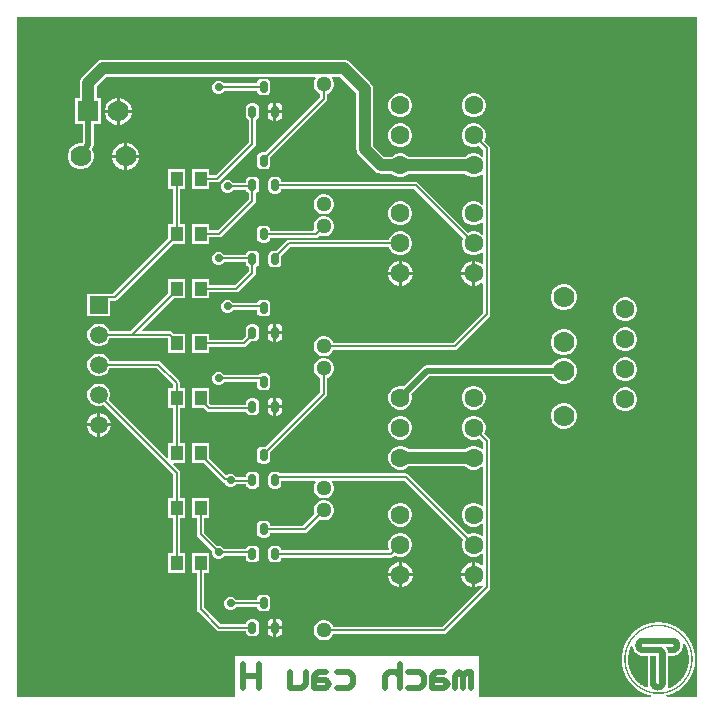
<source format=gtl>
G04*
G04 #@! TF.GenerationSoftware,Altium Limited,Altium Designer,21.9.2 (33)*
G04*
G04 Layer_Physical_Order=1*
G04 Layer_Color=255*
%FSTAX24Y24*%
%MOIN*%
G70*
G04*
G04 #@! TF.SameCoordinates,70968F61-CF9C-473A-8EF3-60FC9ECF6E36*
G04*
G04*
G04 #@! TF.FilePolarity,Positive*
G04*
G01*
G75*
%ADD12C,0.0079*%
G04:AMPARAMS|DCode=14|XSize=27.6mil|YSize=39.4mil|CornerRadius=6.9mil|HoleSize=0mil|Usage=FLASHONLY|Rotation=0.000|XOffset=0mil|YOffset=0mil|HoleType=Round|Shape=RoundedRectangle|*
%AMROUNDEDRECTD14*
21,1,0.0276,0.0256,0,0,0.0*
21,1,0.0138,0.0394,0,0,0.0*
1,1,0.0138,0.0069,-0.0128*
1,1,0.0138,-0.0069,-0.0128*
1,1,0.0138,-0.0069,0.0128*
1,1,0.0138,0.0069,0.0128*
%
%ADD14ROUNDEDRECTD14*%
%ADD15R,0.0394X0.0500*%
%ADD20C,0.0591*%
%ADD25C,0.0197*%
%ADD26C,0.0394*%
%ADD27C,0.0700*%
%ADD28C,0.0630*%
%ADD29C,0.0512*%
%ADD30R,0.0700X0.0700*%
%ADD31R,0.0591X0.0591*%
%ADD32C,0.0276*%
G36*
X037924Y024384D02*
X037974D01*
Y02438D01*
X038002D01*
Y024376D01*
X038029D01*
Y024372D01*
X038052D01*
Y024368D01*
X038075D01*
Y024365D01*
X038094D01*
Y024361D01*
X03811D01*
Y024357D01*
X038129D01*
Y024353D01*
X038145D01*
Y024349D01*
X03816D01*
Y024345D01*
X038176D01*
Y024341D01*
X038187D01*
Y024337D01*
X038199D01*
Y024334D01*
X038211D01*
Y02433D01*
X038222D01*
Y024326D01*
X038234D01*
Y024322D01*
X038241D01*
Y024318D01*
X038253D01*
Y024314D01*
X038265D01*
Y02431D01*
X038272D01*
Y024306D01*
X038284D01*
Y024303D01*
X038292D01*
Y024299D01*
X038303D01*
Y024295D01*
X038311D01*
Y024291D01*
X038319D01*
Y024287D01*
X038327D01*
Y024283D01*
X038334D01*
Y024279D01*
X038346D01*
Y024276D01*
X038354D01*
Y024272D01*
X038361D01*
Y024268D01*
X038369D01*
Y024264D01*
X038377D01*
Y02426D01*
X038385D01*
Y024256D01*
X038392D01*
Y024252D01*
X0384D01*
Y024248D01*
X038404D01*
Y024245D01*
X038412D01*
Y024241D01*
X038419D01*
Y024237D01*
X038423D01*
Y024233D01*
X038431D01*
Y024229D01*
X038439D01*
Y024225D01*
X038443D01*
Y024221D01*
X03845D01*
Y024217D01*
X038458D01*
Y024214D01*
X038462D01*
Y02421D01*
X03847D01*
Y024206D01*
X038474D01*
Y024202D01*
X038481D01*
Y024198D01*
X038485D01*
Y024194D01*
X038493D01*
Y02419D01*
X038497D01*
Y024187D01*
X038505D01*
Y024183D01*
X038509D01*
Y024179D01*
X038516D01*
Y024175D01*
X03852D01*
Y024171D01*
X038524D01*
Y024167D01*
X038532D01*
Y024163D01*
X038536D01*
Y024159D01*
X038539D01*
Y024156D01*
X038547D01*
Y024152D01*
X038551D01*
Y024148D01*
X038555D01*
Y024144D01*
X038563D01*
Y02414D01*
X038567D01*
Y024136D01*
X03857D01*
Y024132D01*
X038574D01*
Y024128D01*
X038578D01*
Y024125D01*
X038586D01*
Y024121D01*
X03859D01*
Y024117D01*
X038594D01*
Y024113D01*
X038598D01*
Y024109D01*
X038601D01*
Y024105D01*
X038609D01*
Y024101D01*
X038613D01*
Y024098D01*
X038617D01*
Y024094D01*
X038621D01*
Y02409D01*
X038625D01*
Y024086D01*
X038628D01*
Y024082D01*
X038632D01*
Y024078D01*
X038636D01*
Y024074D01*
X03864D01*
Y02407D01*
X038644D01*
Y024067D01*
X038648D01*
Y024063D01*
X038652D01*
Y024059D01*
X038656D01*
Y024055D01*
X038659D01*
Y024051D01*
X038663D01*
Y024047D01*
X038667D01*
Y024043D01*
X038671D01*
Y024039D01*
X038675D01*
Y024036D01*
X038679D01*
Y024032D01*
X038683D01*
Y024028D01*
X038687D01*
Y024024D01*
X03869D01*
Y02402D01*
X038694D01*
Y024016D01*
X038698D01*
Y024012D01*
X038702D01*
Y024009D01*
X038706D01*
Y024001D01*
X03871D01*
Y023997D01*
X038714D01*
Y023993D01*
X038717D01*
Y023989D01*
X038721D01*
Y023985D01*
X038725D01*
Y023981D01*
X038729D01*
Y023978D01*
X038733D01*
Y02397D01*
X038737D01*
Y023966D01*
X038741D01*
Y023962D01*
X038745D01*
Y023958D01*
X038748D01*
Y02395D01*
X038752D01*
Y023947D01*
X038756D01*
Y023943D01*
X03876D01*
Y023939D01*
X038764D01*
Y023931D01*
X038768D01*
Y023927D01*
X038772D01*
Y023919D01*
X038776D01*
Y023916D01*
X038779D01*
Y023912D01*
X038783D01*
Y023904D01*
X038787D01*
Y0239D01*
X038791D01*
Y023892D01*
X038795D01*
Y023889D01*
X038799D01*
Y023881D01*
X038803D01*
Y023877D01*
X038807D01*
Y023869D01*
X03881D01*
Y023865D01*
X038814D01*
Y023858D01*
X038818D01*
Y023854D01*
X038822D01*
Y023846D01*
X038826D01*
Y023842D01*
X03883D01*
Y023834D01*
X038834D01*
Y023827D01*
X038837D01*
Y023823D01*
X038841D01*
Y023815D01*
X038845D01*
Y023807D01*
X038849D01*
Y0238D01*
X038853D01*
Y023796D01*
X038857D01*
Y023788D01*
X038861D01*
Y02378D01*
X038865D01*
Y023772D01*
X038868D01*
Y023765D01*
X038872D01*
Y023757D01*
X038876D01*
Y023749D01*
X03888D01*
Y023741D01*
X038884D01*
Y023734D01*
X038888D01*
Y023726D01*
X038892D01*
Y023718D01*
X038896D01*
Y023707D01*
X038899D01*
Y023699D01*
X038903D01*
Y023691D01*
X038907D01*
Y02368D01*
X038911D01*
Y023672D01*
X038915D01*
Y023664D01*
X038919D01*
Y023652D01*
X038923D01*
Y023641D01*
X038926D01*
Y023633D01*
X03893D01*
Y023622D01*
X038934D01*
Y02361D01*
X038938D01*
Y023598D01*
X038942D01*
Y023587D01*
X038946D01*
Y023575D01*
X03895D01*
Y02356D01*
X038954D01*
Y023548D01*
X038957D01*
Y023533D01*
X038961D01*
Y023517D01*
X038965D01*
Y023502D01*
X038969D01*
Y023482D01*
X038973D01*
Y023467D01*
X038977D01*
Y023447D01*
X038981D01*
Y023424D01*
X038985D01*
Y023397D01*
X038988D01*
Y023366D01*
X038992D01*
Y023327D01*
X038996D01*
Y023142D01*
X038992D01*
Y023103D01*
X038988D01*
Y023072D01*
X038985D01*
Y023045D01*
X038981D01*
Y023022D01*
X038977D01*
Y023002D01*
X038973D01*
Y022983D01*
X038969D01*
Y022967D01*
X038965D01*
Y022952D01*
X038961D01*
Y022937D01*
X038957D01*
Y022921D01*
X038954D01*
Y022909D01*
X03895D01*
Y022894D01*
X038946D01*
Y022882D01*
X038942D01*
Y022871D01*
X038938D01*
Y022859D01*
X038934D01*
Y022848D01*
X03893D01*
Y022836D01*
X038926D01*
Y022828D01*
X038923D01*
Y022817D01*
X038919D01*
Y022809D01*
X038915D01*
Y022797D01*
X038911D01*
Y022789D01*
X038907D01*
Y022778D01*
X038903D01*
Y02277D01*
X038899D01*
Y022762D01*
X038896D01*
Y022751D01*
X038892D01*
Y022743D01*
X038888D01*
Y022735D01*
X038884D01*
Y022728D01*
X03888D01*
Y02272D01*
X038876D01*
Y022712D01*
X038872D01*
Y022704D01*
X038868D01*
Y022697D01*
X038865D01*
Y022689D01*
X038861D01*
Y022681D01*
X038857D01*
Y022673D01*
X038853D01*
Y022669D01*
X038849D01*
Y022662D01*
X038845D01*
Y022654D01*
X038841D01*
Y022646D01*
X038837D01*
Y022642D01*
X038834D01*
Y022635D01*
X03883D01*
Y022627D01*
X038826D01*
Y022623D01*
X038822D01*
Y022615D01*
X038818D01*
Y022608D01*
X038814D01*
Y022604D01*
X03881D01*
Y022596D01*
X038807D01*
Y022592D01*
X038803D01*
Y022588D01*
X038799D01*
Y02258D01*
X038795D01*
Y022577D01*
X038791D01*
Y022569D01*
X038787D01*
Y022565D01*
X038783D01*
Y022557D01*
X038779D01*
Y022553D01*
X038776D01*
Y022546D01*
X038772D01*
Y022542D01*
X038768D01*
Y022538D01*
X038764D01*
Y022534D01*
X03876D01*
Y022526D01*
X038756D01*
Y022522D01*
X038752D01*
Y022519D01*
X038748D01*
Y022511D01*
X038745D01*
Y022507D01*
X038741D01*
Y022503D01*
X038737D01*
Y022499D01*
X038733D01*
Y022491D01*
X038729D01*
Y022488D01*
X038725D01*
Y022484D01*
X038721D01*
Y02248D01*
X038717D01*
Y022476D01*
X038714D01*
Y022472D01*
X03871D01*
Y022464D01*
X038706D01*
Y022461D01*
X038702D01*
Y022457D01*
X038698D01*
Y022453D01*
X038694D01*
Y022449D01*
X03869D01*
Y022445D01*
X038687D01*
Y022441D01*
X038683D01*
Y022437D01*
X038679D01*
Y022433D01*
X038675D01*
Y02243D01*
X038671D01*
Y022426D01*
X038667D01*
Y022422D01*
X038663D01*
Y022418D01*
X038659D01*
Y022414D01*
X038656D01*
Y02241D01*
X038652D01*
Y022406D01*
X038648D01*
Y022402D01*
X038644D01*
Y022399D01*
X03864D01*
Y022395D01*
X038636D01*
Y022391D01*
X038632D01*
Y022387D01*
X038628D01*
Y022383D01*
X038625D01*
Y022379D01*
X038621D01*
Y022375D01*
X038617D01*
Y022372D01*
X038613D01*
Y022368D01*
X038605D01*
Y022364D01*
X038601D01*
Y02236D01*
X038598D01*
Y022356D01*
X038594D01*
Y022352D01*
X03859D01*
Y022348D01*
X038586D01*
Y022344D01*
X038578D01*
Y022341D01*
X038574D01*
Y022337D01*
X03857D01*
Y022333D01*
X038567D01*
Y022329D01*
X038563D01*
Y022325D01*
X038555D01*
Y022321D01*
X038551D01*
Y022317D01*
X038547D01*
Y022313D01*
X038539D01*
Y02231D01*
X038536D01*
Y022306D01*
X038532D01*
Y022302D01*
X038524D01*
Y022298D01*
X03852D01*
Y022294D01*
X038516D01*
Y02229D01*
X038509D01*
Y022286D01*
X038505D01*
Y022283D01*
X038497D01*
Y022279D01*
X038493D01*
Y022275D01*
X038485D01*
Y022271D01*
X038481D01*
Y022267D01*
X038478D01*
Y022263D01*
X03847D01*
Y022259D01*
X038462D01*
Y022255D01*
X038458D01*
Y022252D01*
X03845D01*
Y022248D01*
X038443D01*
Y022244D01*
X038439D01*
Y02224D01*
X038431D01*
Y022236D01*
X038423D01*
Y022232D01*
X038416D01*
Y022228D01*
X038412D01*
Y022224D01*
X038404D01*
Y022221D01*
X038396D01*
Y022217D01*
X038389D01*
Y022213D01*
X038381D01*
Y022209D01*
X038373D01*
Y022205D01*
X038365D01*
Y022201D01*
X038358D01*
Y022197D01*
X038354D01*
Y022194D01*
X038346D01*
Y02219D01*
X038334D01*
Y022186D01*
X038327D01*
Y022182D01*
X038319D01*
Y022178D01*
X038311D01*
Y022174D01*
X0383D01*
Y02217D01*
X038292D01*
Y022166D01*
X038284D01*
Y022163D01*
X038272D01*
Y022159D01*
X038265D01*
Y022155D01*
X038253D01*
Y022151D01*
X038241D01*
Y022147D01*
X03823D01*
Y022143D01*
X038218D01*
Y022139D01*
X038207D01*
Y022135D01*
X038195D01*
Y022132D01*
X038183D01*
Y022128D01*
X038172D01*
Y022124D01*
X038156D01*
Y02212D01*
X038141D01*
Y022116D01*
X038129D01*
Y022112D01*
X038114D01*
Y022108D01*
X038091D01*
Y022104D01*
X038071D01*
Y022101D01*
X038052D01*
Y022097D01*
X038029D01*
Y022093D01*
X038005D01*
Y022089D01*
X037971D01*
Y022085D01*
X037909D01*
Y022081D01*
X037808D01*
Y022085D01*
X037746D01*
Y022089D01*
X037711D01*
Y022093D01*
X037688D01*
Y022097D01*
X037665D01*
Y022101D01*
X037646D01*
Y022104D01*
X037622D01*
Y022108D01*
X037603D01*
Y022112D01*
X037591D01*
Y022116D01*
X037576D01*
Y02212D01*
X03756D01*
Y022124D01*
X037545D01*
Y022128D01*
X037533D01*
Y022132D01*
X037522D01*
Y022135D01*
X03751D01*
Y022139D01*
X037498D01*
Y022143D01*
X037487D01*
Y022147D01*
X037475D01*
Y022151D01*
X037464D01*
Y022155D01*
X037456D01*
Y022159D01*
X037444D01*
Y022163D01*
X037437D01*
Y022166D01*
X037425D01*
Y02217D01*
X037417D01*
Y022174D01*
X037406D01*
Y022178D01*
X037398D01*
Y022182D01*
X03739D01*
Y022186D01*
X037382D01*
Y02219D01*
X037371D01*
Y022194D01*
X037363D01*
Y022197D01*
X037355D01*
Y022201D01*
X037351D01*
Y022205D01*
X037344D01*
Y022209D01*
X037336D01*
Y022213D01*
X037328D01*
Y022217D01*
X03732D01*
Y022221D01*
X037313D01*
Y022224D01*
X037305D01*
Y022228D01*
X037301D01*
Y022232D01*
X037293D01*
Y022236D01*
X037286D01*
Y02224D01*
X037278D01*
Y022244D01*
X037274D01*
Y022248D01*
X037266D01*
Y022252D01*
X037259D01*
Y022255D01*
X037255D01*
Y022259D01*
X037247D01*
Y022263D01*
X037239D01*
Y022267D01*
X037235D01*
Y022271D01*
X037231D01*
Y022275D01*
X037224D01*
Y022279D01*
X03722D01*
Y022283D01*
X037212D01*
Y022286D01*
X037208D01*
Y02229D01*
X0372D01*
Y022294D01*
X037197D01*
Y022298D01*
X037193D01*
Y022302D01*
X037185D01*
Y022306D01*
X037181D01*
Y02231D01*
X037177D01*
Y022313D01*
X037169D01*
Y022317D01*
X037166D01*
Y022321D01*
X037162D01*
Y022325D01*
X037154D01*
Y022329D01*
X03715D01*
Y022333D01*
X037146D01*
Y022337D01*
X037142D01*
Y022341D01*
X037139D01*
Y022344D01*
X037131D01*
Y022348D01*
X037127D01*
Y022352D01*
X037123D01*
Y022356D01*
X037119D01*
Y02236D01*
X037115D01*
Y022364D01*
X037108D01*
Y022368D01*
X037104D01*
Y022372D01*
X0371D01*
Y022375D01*
X037096D01*
Y022379D01*
X037092D01*
Y022383D01*
X037088D01*
Y022387D01*
X037084D01*
Y022391D01*
X037081D01*
Y022395D01*
X037077D01*
Y022399D01*
X037073D01*
Y022402D01*
X037069D01*
Y022406D01*
X037065D01*
Y02241D01*
X037061D01*
Y022414D01*
X037057D01*
Y022418D01*
X037053D01*
Y022422D01*
X03705D01*
Y022426D01*
X037046D01*
Y02243D01*
X037042D01*
Y022433D01*
X037038D01*
Y022437D01*
X037034D01*
Y022441D01*
X03703D01*
Y022445D01*
X037026D01*
Y022449D01*
X037022D01*
Y022453D01*
X037019D01*
Y022457D01*
X037015D01*
Y022461D01*
X037011D01*
Y022464D01*
X037007D01*
Y022468D01*
X037003D01*
Y022476D01*
X036999D01*
Y02248D01*
X036995D01*
Y022484D01*
X036991D01*
Y022488D01*
X036988D01*
Y022491D01*
X036984D01*
Y022499D01*
X03698D01*
Y022503D01*
X036976D01*
Y022507D01*
X036972D01*
Y022511D01*
X036968D01*
Y022519D01*
X036964D01*
Y022522D01*
X036961D01*
Y022526D01*
X036957D01*
Y02253D01*
X036953D01*
Y022538D01*
X036949D01*
Y022542D01*
X036945D01*
Y022546D01*
X036941D01*
Y022553D01*
X036937D01*
Y022557D01*
X036933D01*
Y022565D01*
X03693D01*
Y022569D01*
X036926D01*
Y022577D01*
X036922D01*
Y02258D01*
X036918D01*
Y022588D01*
X036914D01*
Y022592D01*
X03691D01*
Y022596D01*
X036906D01*
Y022604D01*
X036902D01*
Y022608D01*
X036899D01*
Y022615D01*
X036895D01*
Y022623D01*
X036891D01*
Y022627D01*
X036887D01*
Y022635D01*
X036883D01*
Y022642D01*
X036879D01*
Y022646D01*
X036875D01*
Y022654D01*
X036872D01*
Y022662D01*
X036868D01*
Y022669D01*
X036864D01*
Y022673D01*
X03686D01*
Y022681D01*
X036856D01*
Y022689D01*
X036852D01*
Y022697D01*
X036848D01*
Y022704D01*
X036844D01*
Y022712D01*
X036841D01*
Y02272D01*
X036837D01*
Y022728D01*
X036833D01*
Y022735D01*
X036829D01*
Y022743D01*
X036825D01*
Y022751D01*
X036821D01*
Y022762D01*
X036817D01*
Y02277D01*
X036813D01*
Y022778D01*
X03681D01*
Y022789D01*
X036806D01*
Y022797D01*
X036802D01*
Y022809D01*
X036798D01*
Y022817D01*
X036794D01*
Y022828D01*
X03679D01*
Y022836D01*
X036786D01*
Y022848D01*
X036783D01*
Y022859D01*
X036779D01*
Y022871D01*
X036775D01*
Y022882D01*
X036771D01*
Y022894D01*
X036767D01*
Y022909D01*
X036763D01*
Y022921D01*
X036759D01*
Y022937D01*
X036755D01*
Y022952D01*
X036752D01*
Y022967D01*
X036748D01*
Y022983D01*
X036744D01*
Y023002D01*
X03674D01*
Y023022D01*
X036736D01*
Y023045D01*
X036732D01*
Y023072D01*
X036728D01*
Y023099D01*
X036724D01*
Y023142D01*
X036721D01*
Y023173D01*
Y023176D01*
Y023327D01*
X036724D01*
Y02337D01*
X036728D01*
Y023397D01*
X036732D01*
Y023424D01*
X036736D01*
Y023447D01*
X03674D01*
Y023467D01*
X036744D01*
Y023486D01*
X036748D01*
Y023502D01*
X036752D01*
Y023517D01*
X036755D01*
Y023533D01*
X036759D01*
Y023548D01*
X036763D01*
Y02356D01*
X036767D01*
Y023575D01*
X036771D01*
Y023587D01*
X036775D01*
Y023598D01*
X036779D01*
Y02361D01*
X036783D01*
Y023622D01*
X036786D01*
Y023633D01*
X03679D01*
Y023641D01*
X036794D01*
Y023652D01*
X036798D01*
Y023664D01*
X036802D01*
Y023672D01*
X036806D01*
Y023683D01*
X03681D01*
Y023691D01*
X036813D01*
Y023699D01*
X036817D01*
Y023707D01*
X036821D01*
Y023718D01*
X036825D01*
Y023726D01*
X036829D01*
Y023734D01*
X036833D01*
Y023741D01*
X036837D01*
Y023749D01*
X036841D01*
Y023757D01*
X036844D01*
Y023765D01*
X036848D01*
Y023772D01*
X036852D01*
Y02378D01*
X036856D01*
Y023788D01*
X03686D01*
Y023796D01*
X036864D01*
Y0238D01*
X036868D01*
Y023807D01*
X036872D01*
Y023815D01*
X036875D01*
Y023823D01*
X036879D01*
Y023827D01*
X036883D01*
Y023834D01*
X036887D01*
Y023842D01*
X036891D01*
Y023846D01*
X036895D01*
Y023854D01*
X036899D01*
Y023858D01*
X036902D01*
Y023865D01*
X036906D01*
Y023869D01*
X03691D01*
Y023877D01*
X036914D01*
Y023881D01*
X036918D01*
Y023889D01*
X036922D01*
Y023892D01*
X036926D01*
Y0239D01*
X03693D01*
Y023904D01*
X036933D01*
Y023912D01*
X036937D01*
Y023916D01*
X036941D01*
Y023919D01*
X036945D01*
Y023927D01*
X036949D01*
Y023931D01*
X036953D01*
Y023939D01*
X036957D01*
Y023943D01*
X036961D01*
Y023947D01*
X036964D01*
Y02395D01*
X036968D01*
Y023958D01*
X036972D01*
Y023962D01*
X036976D01*
Y023966D01*
X03698D01*
Y02397D01*
X036984D01*
Y023978D01*
X036988D01*
Y023981D01*
X036991D01*
Y023985D01*
X036995D01*
Y023989D01*
X036999D01*
Y023993D01*
X037003D01*
Y023997D01*
X037007D01*
Y024001D01*
X037011D01*
Y024009D01*
X037015D01*
Y024012D01*
X037019D01*
Y024016D01*
X037022D01*
Y02402D01*
X037026D01*
Y024024D01*
X03703D01*
Y024028D01*
X037034D01*
Y024032D01*
X037038D01*
Y024036D01*
X037042D01*
Y024039D01*
X037046D01*
Y024043D01*
X03705D01*
Y024047D01*
X037053D01*
Y024051D01*
X037057D01*
Y024055D01*
X037061D01*
Y024059D01*
X037065D01*
Y024063D01*
X037069D01*
Y024067D01*
X037073D01*
Y02407D01*
X037077D01*
Y024074D01*
X037081D01*
Y024078D01*
X037084D01*
Y024082D01*
X037088D01*
Y024086D01*
X037092D01*
Y02409D01*
X037096D01*
Y024094D01*
X0371D01*
Y024098D01*
X037104D01*
Y024101D01*
X037108D01*
Y024105D01*
X037115D01*
Y024109D01*
X037119D01*
Y024113D01*
X037123D01*
Y024117D01*
X037127D01*
Y024121D01*
X037131D01*
Y024125D01*
X037135D01*
Y024128D01*
X037142D01*
Y024132D01*
X037146D01*
Y024136D01*
X03715D01*
Y02414D01*
X037154D01*
Y024144D01*
X037162D01*
Y024148D01*
X037166D01*
Y024152D01*
X037169D01*
Y024156D01*
X037173D01*
Y024159D01*
X037181D01*
Y024163D01*
X037185D01*
Y024167D01*
X037189D01*
Y024171D01*
X037197D01*
Y024175D01*
X0372D01*
Y024179D01*
X037208D01*
Y024183D01*
X037212D01*
Y024187D01*
X03722D01*
Y02419D01*
X037224D01*
Y024194D01*
X037231D01*
Y024198D01*
X037235D01*
Y024202D01*
X037243D01*
Y024206D01*
X037247D01*
Y02421D01*
X037255D01*
Y024214D01*
X037259D01*
Y024217D01*
X037266D01*
Y024221D01*
X037274D01*
Y024225D01*
X037278D01*
Y024229D01*
X037286D01*
Y024233D01*
X037293D01*
Y024237D01*
X037297D01*
Y024241D01*
X037305D01*
Y024245D01*
X037313D01*
Y024248D01*
X037317D01*
Y024252D01*
X037324D01*
Y024256D01*
X037332D01*
Y02426D01*
X03734D01*
Y024264D01*
X037348D01*
Y024268D01*
X037355D01*
Y024272D01*
X037363D01*
Y024276D01*
X037371D01*
Y024279D01*
X037382D01*
Y024283D01*
X03739D01*
Y024287D01*
X037398D01*
Y024291D01*
X037406D01*
Y024295D01*
X037413D01*
Y024299D01*
X037425D01*
Y024303D01*
X037433D01*
Y024306D01*
X037444D01*
Y02431D01*
X037452D01*
Y024314D01*
X037464D01*
Y024318D01*
X037471D01*
Y024322D01*
X037483D01*
Y024326D01*
X037495D01*
Y02433D01*
X037506D01*
Y024334D01*
X037518D01*
Y024337D01*
X037529D01*
Y024341D01*
X037541D01*
Y024345D01*
X037557D01*
Y024349D01*
X037572D01*
Y024353D01*
X037587D01*
Y024357D01*
X037603D01*
Y024361D01*
X037622D01*
Y024365D01*
X037642D01*
Y024368D01*
X037665D01*
Y024372D01*
X037688D01*
Y024376D01*
X037715D01*
Y02438D01*
X037742D01*
Y024384D01*
X037793D01*
Y024388D01*
X037924D01*
Y024384D01*
D02*
G37*
G36*
X039146Y021977D02*
X038157D01*
X038114Y022027D01*
X038114Y022028D01*
X038145Y022034D01*
X038146Y022035D01*
X03816Y022038D01*
X038163Y02204D01*
X038172Y022042D01*
X038173Y022043D01*
X038187Y022046D01*
X038189Y022047D01*
X038203Y02205D01*
X038206Y022052D01*
X038214Y022054D01*
X038217Y022056D01*
X038226Y022057D01*
X038229Y02206D01*
X038237Y022061D01*
X038241Y022064D01*
X038249Y022065D01*
X038252Y022067D01*
X038261Y022069D01*
X038264Y022071D01*
X038272Y022073D01*
X038276Y022075D01*
X038284Y022077D01*
X038287Y022079D01*
X038295Y022081D01*
X0383Y022084D01*
X038303Y022085D01*
X038306Y022087D01*
X038315Y022088D01*
X03832Y022092D01*
X038323Y022092D01*
X038327Y022096D01*
X03833Y022096D01*
X038334Y022098D01*
X038342Y0221D01*
X038347Y022103D01*
X03835Y022104D01*
X038355Y022107D01*
X038357Y022108D01*
X038362Y022111D01*
X038365Y022112D01*
X038368Y022114D01*
X038377Y022115D01*
X038382Y022119D01*
X038384Y022119D01*
X038396Y022127D01*
X038396Y022127D01*
X038401Y02213D01*
X038404Y022131D01*
X038409Y022134D01*
X038412Y022135D01*
X038416Y022138D01*
X038419Y022139D01*
X038424Y022142D01*
X038427Y022143D01*
X038432Y022146D01*
X038435Y022146D01*
X03844Y02215D01*
X038442Y02215D01*
X038454Y022158D01*
X038454Y022158D01*
X038459Y022161D01*
X038462Y022162D01*
X038467Y022165D01*
X03847Y022166D01*
X038481Y022174D01*
X038481Y022174D01*
X038486Y022177D01*
X038489Y022177D01*
X0385Y022185D01*
X038501Y022185D01*
X038505Y022188D01*
X038508Y022189D01*
X038534Y022206D01*
X038536Y022209D01*
X038547Y022216D01*
X038547Y022216D01*
X038573Y022233D01*
X038575Y022236D01*
X038589Y022245D01*
X03859Y022247D01*
X038604Y022257D01*
X038606Y022259D01*
X038619Y022268D01*
X038621Y022271D01*
X038623Y022272D01*
X038625Y022274D01*
X038627Y022276D01*
X038629Y022278D01*
X038643Y022288D01*
X038644Y02229D01*
X038647Y022292D01*
X038648Y022294D01*
X03865Y022295D01*
X038652Y022298D01*
X038654Y022299D01*
X038656Y022302D01*
X03867Y022311D01*
X038671Y022313D01*
X038674Y022315D01*
X038675Y022317D01*
X038678Y022319D01*
X038679Y022321D01*
X038681Y022322D01*
X038683Y022325D01*
X038685Y022326D01*
X038687Y022329D01*
X038689Y02233D01*
X038691Y022333D01*
X038693Y022334D01*
X038695Y022336D01*
X038697Y022338D01*
X038698Y02234D01*
X038701Y022342D01*
X038702Y022344D01*
X038705Y022346D01*
X038706Y022348D01*
X038708Y02235D01*
X03871Y022352D01*
X038712Y022353D01*
X038714Y022356D01*
X038716Y022357D01*
X038718Y02236D01*
X03872Y022361D01*
X038722Y022364D01*
X038724Y022365D01*
X038726Y022367D01*
X038728Y022369D01*
X038729Y022371D01*
X038732Y022373D01*
X038733Y022375D01*
X038736Y022377D01*
X038737Y022379D01*
X038739Y022381D01*
X038741Y022383D01*
X038743Y022384D01*
X038745Y022387D01*
X038747Y022388D01*
X038749Y022391D01*
X038751Y022392D01*
X038753Y022394D01*
X038755Y022396D01*
X038756Y022398D01*
X038759Y0224D01*
X03876Y022402D01*
X038763Y022404D01*
X038764Y022406D01*
X038767Y022408D01*
X038776Y022422D01*
X038778Y022423D01*
X03878Y022425D01*
X038782Y022427D01*
X038784Y022429D01*
X038786Y022431D01*
X038787Y022433D01*
X03879Y022435D01*
X038799Y022449D01*
X038801Y02245D01*
X038803Y022453D01*
X038805Y022454D01*
X038815Y022468D01*
X038817Y02247D01*
X038826Y022483D01*
X038828Y022485D01*
X03883Y022487D01*
X038832Y022489D01*
X03885Y022515D01*
X03885Y022515D01*
X038857Y022527D01*
X038857Y022527D01*
X038865Y022538D01*
X038867Y022539D01*
X038885Y022565D01*
X038885Y022565D01*
X038892Y022577D01*
X038893Y02258D01*
X038896Y022585D01*
X038896Y022585D01*
X038904Y022596D01*
X038904Y022599D01*
X038908Y022604D01*
X038908Y022604D01*
X038916Y022616D01*
X038916Y022618D01*
X038919Y022623D01*
X03892Y022626D01*
X038923Y022631D01*
X038923Y022631D01*
X038931Y022643D01*
X038932Y022645D01*
X038935Y02265D01*
X038935Y022653D01*
X038939Y022658D01*
X038939Y022661D01*
X038943Y022666D01*
X038943Y022669D01*
X038946Y022674D01*
X038947Y022676D01*
X03895Y022681D01*
X038951Y022684D01*
X038954Y022689D01*
X038955Y022692D01*
X038958Y022697D01*
X038959Y0227D01*
X038962Y022705D01*
X038962Y022707D01*
X038966Y022712D01*
X038966Y022715D01*
X03897Y02272D01*
X038971Y022728D01*
X038974Y022732D01*
X038974Y022734D01*
X038977Y022739D01*
X038978Y022742D01*
X038981Y022747D01*
X038983Y022755D01*
X038985Y022759D01*
X038986Y022762D01*
X038989Y022766D01*
X038991Y022775D01*
X038993Y022778D01*
X038993Y022781D01*
X038997Y022786D01*
X038998Y022794D01*
X039001Y022797D01*
X039001Y0228D01*
X039005Y022805D01*
X039006Y022813D01*
X039008Y022817D01*
X03901Y022825D01*
X039012Y022828D01*
X039014Y022837D01*
X039016Y02284D01*
X039018Y022848D01*
X03902Y022852D01*
X039022Y02286D01*
X039024Y022863D01*
X039027Y022877D01*
X039028Y022879D01*
X039029Y022887D01*
X039032Y02289D01*
X039034Y022904D01*
X039035Y022906D01*
X039038Y02292D01*
X039039Y022921D01*
X039042Y022935D01*
X039043Y022937D01*
X039046Y022951D01*
X039047Y022952D01*
X039051Y022972D01*
X039051Y022972D01*
X039055Y022991D01*
X039055Y022991D01*
X039061Y023022D01*
Y023025D01*
X039065Y023045D01*
Y023053D01*
X039069Y023072D01*
Y023083D01*
X039073Y023103D01*
Y023122D01*
X039076Y023142D01*
Y023327D01*
X039073Y023347D01*
Y023366D01*
X039069Y023386D01*
Y023397D01*
X039065Y023417D01*
Y023424D01*
X039061Y023444D01*
Y023447D01*
X039055Y023478D01*
X039055Y023478D01*
X039051Y023497D01*
X03905Y023499D01*
X039047Y023513D01*
X039047Y023513D01*
X039043Y023532D01*
X039042Y023534D01*
X039039Y023548D01*
X039038Y023549D01*
X039035Y023563D01*
X039034Y023565D01*
X039032Y023579D01*
X039029Y023582D01*
X039028Y02359D01*
X039027Y023592D01*
X039024Y023606D01*
X039022Y023609D01*
X03902Y023617D01*
X039018Y023621D01*
X039016Y023629D01*
X039014Y023632D01*
X039012Y023641D01*
X03901Y023644D01*
X039008Y023652D01*
X039006Y023656D01*
X039005Y023664D01*
X039001Y023669D01*
X039001Y023672D01*
X038998Y023675D01*
X038997Y023683D01*
X038995Y023687D01*
X038993Y023695D01*
X03899Y0237D01*
X038989Y023703D01*
X038986Y023708D01*
X038985Y02371D01*
X038983Y023714D01*
X038981Y023722D01*
X038978Y023727D01*
X038977Y02373D01*
X038974Y023735D01*
X038974Y023737D01*
X038971Y023741D01*
X03897Y023749D01*
X038966Y023754D01*
X038966Y023757D01*
X038962Y023762D01*
X038962Y023764D01*
X038959Y023769D01*
X038958Y023772D01*
X038955Y023777D01*
X038954Y02378D01*
X038951Y023785D01*
X03895Y023788D01*
X038947Y023793D01*
X038946Y023795D01*
X038943Y0238D01*
X038943Y023803D01*
X038939Y023808D01*
X038939Y023811D01*
X038935Y023816D01*
X038935Y023819D01*
X038932Y023824D01*
X038931Y023826D01*
X038923Y023838D01*
X038923Y023838D01*
X03892Y023843D01*
X038919Y023846D01*
X038916Y023851D01*
X038916Y023853D01*
X038908Y023865D01*
X038908Y023865D01*
X038904Y02387D01*
X038904Y023873D01*
X038896Y023884D01*
X038896Y023884D01*
X038888Y023896D01*
X038888Y023896D01*
X038881Y023908D01*
X038881Y023908D01*
X038873Y023919D01*
X038873Y023919D01*
X038865Y023931D01*
X038865Y023931D01*
X038857Y023942D01*
X038857Y023942D01*
X03884Y023969D01*
X038838Y02397D01*
X038821Y023996D01*
X038818Y023997D01*
X038817Y023999D01*
X038815Y024001D01*
X038805Y024015D01*
X038803Y024017D01*
X038801Y024019D01*
X038799Y02402D01*
X03879Y024034D01*
X038787Y024036D01*
X038786Y024038D01*
X038784Y02404D01*
X038782Y024042D01*
X03878Y024044D01*
X038778Y024046D01*
X038776Y024047D01*
X038774Y02405D01*
X038772Y024051D01*
X038763Y024065D01*
X03876Y024067D01*
X038759Y024069D01*
X038756Y024071D01*
X038755Y024073D01*
X038753Y024075D01*
X038751Y024077D01*
X038749Y024078D01*
X038747Y024081D01*
X038745Y024082D01*
X038743Y024085D01*
X038741Y024086D01*
X038739Y024088D01*
X038737Y02409D01*
X038736Y024092D01*
X038733Y024094D01*
X038732Y024096D01*
X038729Y024098D01*
X038728Y0241D01*
X038726Y024102D01*
X038724Y024104D01*
X038722Y024106D01*
X03872Y024108D01*
X038718Y024109D01*
X038716Y024112D01*
X038714Y024113D01*
X038712Y024116D01*
X03871Y024117D01*
X038708Y024119D01*
X038706Y024121D01*
X038705Y024123D01*
X038702Y024125D01*
X038701Y024127D01*
X038698Y024129D01*
X038697Y024131D01*
X038695Y024133D01*
X038693Y024135D01*
X038691Y024136D01*
X038689Y024139D01*
X038687Y02414D01*
X038685Y024143D01*
X038683Y024144D01*
X038681Y024147D01*
X038679Y024148D01*
X038678Y02415D01*
X038675Y024152D01*
X038674Y024154D01*
X038671Y024156D01*
X03867Y024158D01*
X038667Y02416D01*
X038666Y024162D01*
X038652Y024171D01*
X03865Y024174D01*
X038648Y024175D01*
X038647Y024178D01*
X038644Y024179D01*
X038643Y024181D01*
X038629Y024191D01*
X038627Y024193D01*
X038625Y024195D01*
X038623Y024197D01*
X038621Y024198D01*
X038619Y024201D01*
X038606Y02421D01*
X038604Y024212D01*
X03859Y024222D01*
X038589Y024224D01*
X038575Y024233D01*
X038573Y024236D01*
X038547Y024253D01*
X038547Y024253D01*
X038535Y024261D01*
X038535Y024261D01*
X038524Y024268D01*
X038524Y024268D01*
X038512Y024276D01*
X038512Y024276D01*
X038501Y024284D01*
X0385Y024284D01*
X038489Y024292D01*
X038486Y024292D01*
X038481Y024296D01*
X038481Y024296D01*
X03847Y024303D01*
X038467Y024304D01*
X038462Y024307D01*
X038462Y024307D01*
X03845Y024315D01*
X038447Y024315D01*
X038442Y024319D01*
X038442Y024319D01*
X038431Y024326D01*
X038428Y024327D01*
X038423Y02433D01*
X03842Y024331D01*
X038415Y024334D01*
X038413Y024335D01*
X038408Y024338D01*
X038405Y024339D01*
X0384Y024342D01*
X038397Y024343D01*
X038392Y024346D01*
X038389Y024346D01*
X038384Y02435D01*
X038382Y02435D01*
X038377Y024354D01*
X038368Y024355D01*
X038365Y024357D01*
X038362Y024358D01*
X038357Y024361D01*
X038355Y024362D01*
X03835Y024365D01*
X038347Y024366D01*
X038342Y024369D01*
X038339Y02437D01*
X038334Y024373D01*
X038326Y024375D01*
X038323Y024377D01*
X03832Y024377D01*
X038315Y024381D01*
X038306Y024382D01*
X038303Y024385D01*
X0383Y024385D01*
X038295Y024388D01*
X038287Y02439D01*
X038284Y024392D01*
X038276Y024394D01*
X038272Y024396D01*
X038269Y024397D01*
X038264Y0244D01*
X038256Y024402D01*
X038253Y024404D01*
X038245Y024406D01*
X038241Y024408D01*
X038233Y024409D01*
X03823Y024412D01*
X038221Y024413D01*
X038218Y024416D01*
X03821Y024417D01*
X038206Y024419D01*
X038193Y024422D01*
X038191Y024423D01*
X038177Y024426D01*
X038175Y024427D01*
X038162Y02443D01*
X03816Y024431D01*
X038141Y024435D01*
X038141Y024435D01*
X038127Y024438D01*
X038125Y024439D01*
X038106Y024443D01*
X038106Y024443D01*
X038075Y024449D01*
X038071D01*
X038052Y024453D01*
X038048D01*
X038029Y024456D01*
X038021D01*
X038002Y02446D01*
X037994D01*
X037974Y024464D01*
X037944D01*
X037924Y024468D01*
X037793D01*
X037773Y024464D01*
X037742D01*
X037723Y02446D01*
X037715D01*
X037696Y024456D01*
X037688D01*
X037669Y024453D01*
X037665D01*
X037645Y024449D01*
X037642D01*
X037611Y024443D01*
X037611Y024443D01*
X037592Y024439D01*
X037592Y024439D01*
X037572Y024435D01*
X037571Y024434D01*
X037557Y024431D01*
X037555Y02443D01*
X037541Y024427D01*
X03754Y024426D01*
X037526Y024423D01*
X037524Y024422D01*
X03751Y024419D01*
X037507Y024417D01*
X037499Y024416D01*
X037495Y024413D01*
X037487Y024412D01*
X037484Y024409D01*
X037475Y024408D01*
X037472Y024406D01*
X037464Y024404D01*
X037461Y024402D01*
X037452Y0244D01*
X037449Y024398D01*
X037441Y024396D01*
X037436Y024393D01*
X037433Y024392D01*
X03743Y02439D01*
X037421Y024388D01*
X037416Y024385D01*
X037414Y024385D01*
X03741Y024382D01*
X037402Y024381D01*
X037397Y024377D01*
X037394Y024377D01*
X037391Y024375D01*
X037383Y024373D01*
X037378Y02437D01*
X037375Y024369D01*
X03737Y024366D01*
X037367Y024365D01*
X037362Y024362D01*
X037359Y024361D01*
X037354Y024358D01*
X037352Y024357D01*
X037348Y024355D01*
X03734Y024354D01*
X037335Y02435D01*
X037332Y02435D01*
X037327Y024346D01*
X037325Y024346D01*
X03732Y024343D01*
X037317Y024342D01*
X037312Y024339D01*
X037309Y024338D01*
X037304Y024335D01*
X037301Y024334D01*
X037296Y024331D01*
X037294Y02433D01*
X037289Y024327D01*
X037286Y024326D01*
X037274Y024319D01*
X037274Y024319D01*
X037269Y024315D01*
X037266Y024315D01*
X037255Y024307D01*
X037255Y024307D01*
X03725Y024304D01*
X037247Y024303D01*
X037236Y024296D01*
X037236Y024296D01*
X037231Y024292D01*
X037228Y024292D01*
X037216Y024284D01*
X037216Y024284D01*
X037205Y024276D01*
X037205Y024276D01*
X037193Y024268D01*
X037193Y024268D01*
X037181Y024261D01*
X037181Y024261D01*
X03717Y024253D01*
X03717Y024253D01*
X037158Y024245D01*
X037158Y024245D01*
X037132Y024228D01*
X037131Y024226D01*
X037117Y024216D01*
X037115Y024214D01*
X037113Y024212D01*
X037111Y02421D01*
X037097Y024201D01*
X037096Y024198D01*
X037093Y024197D01*
X037092Y024195D01*
X037078Y024185D01*
X037076Y024183D01*
X037074Y024181D01*
X037072Y024179D01*
X03707Y024178D01*
X037069Y024175D01*
X037066Y024174D01*
X037065Y024171D01*
X037051Y024162D01*
X037049Y02416D01*
X037047Y024158D01*
X037045Y024156D01*
X037043Y024154D01*
X037042Y024152D01*
X037039Y02415D01*
X037038Y024148D01*
X037035Y024147D01*
X037034Y024144D01*
X037031Y024143D01*
X03703Y02414D01*
X037028Y024139D01*
X037026Y024136D01*
X037024Y024135D01*
X037022Y024133D01*
X03702Y024131D01*
X037018Y024129D01*
X037016Y024127D01*
X037014Y024125D01*
X037012Y024123D01*
X037011Y024121D01*
X037008Y024119D01*
X037007Y024117D01*
X037004Y024116D01*
X037003Y024113D01*
X037001Y024112D01*
X036999Y024109D01*
X036997Y024108D01*
X036995Y024106D01*
X036993Y024104D01*
X036991Y024102D01*
X036989Y0241D01*
X036987Y024098D01*
X036985Y024096D01*
X036983Y024094D01*
X036981Y024092D01*
X03698Y02409D01*
X036977Y024088D01*
X036976Y024086D01*
X036973Y024085D01*
X036972Y024082D01*
X03697Y024081D01*
X036968Y024078D01*
X036966Y024077D01*
X036964Y024075D01*
X036962Y024073D01*
X03696Y024071D01*
X036958Y024069D01*
X036956Y024067D01*
X036954Y024065D01*
X036945Y024051D01*
X036942Y02405D01*
X036941Y024047D01*
X036939Y024046D01*
X036937Y024044D01*
X036935Y024042D01*
X036933Y02404D01*
X036931Y024038D01*
X036929Y024036D01*
X036927Y024034D01*
X036918Y02402D01*
X036915Y024019D01*
X036914Y024017D01*
X036911Y024015D01*
X036902Y024001D01*
X0369Y023999D01*
X036898Y023997D01*
X036896Y023996D01*
X036879Y02397D01*
X036877Y023969D01*
X036859Y023942D01*
X036859Y023942D01*
X036852Y023931D01*
X036852Y023931D01*
X036844Y023919D01*
X036844Y023919D01*
X036836Y023908D01*
X036836Y023908D01*
X036828Y023896D01*
X036828Y023896D01*
X036821Y023884D01*
X036821Y023884D01*
X036813Y023873D01*
X036812Y02387D01*
X036809Y023865D01*
X036809Y023865D01*
X036801Y023853D01*
X036801Y023851D01*
X036797Y023846D01*
X036797Y023843D01*
X036793Y023838D01*
X036793Y023838D01*
X036786Y023826D01*
X036785Y023824D01*
X036782Y023819D01*
X036781Y023816D01*
X036778Y023811D01*
X036777Y023808D01*
X036774Y023803D01*
X036774Y0238D01*
X03677Y023795D01*
X03677Y023793D01*
X036766Y023788D01*
X036766Y023785D01*
X036763Y02378D01*
X036762Y023777D01*
X036759Y023772D01*
X036758Y023769D01*
X036755Y023764D01*
X036754Y023762D01*
X036751Y023757D01*
X03675Y023754D01*
X036747Y023749D01*
X036745Y023741D01*
X036743Y023737D01*
X036743Y023735D01*
X036739Y02373D01*
X036739Y023727D01*
X036735Y023722D01*
X036735Y023719D01*
X036732Y023714D01*
X03673Y023706D01*
X036728Y023703D01*
X036727Y0237D01*
X036724Y023695D01*
X036722Y023687D01*
X03672Y023683D01*
X036718Y023675D01*
X036716Y023672D01*
X036716Y023669D01*
X036712Y023664D01*
X036711Y023656D01*
X036708Y023652D01*
X036707Y023644D01*
X036704Y023641D01*
X036703Y023632D01*
X036701Y023629D01*
X036699Y023621D01*
X036697Y023617D01*
X036695Y023609D01*
X036693Y023606D01*
X03669Y023592D01*
X036689Y02359D01*
X036687Y023582D01*
X036685Y023579D01*
X036682Y023565D01*
X036681Y023563D01*
X036679Y023549D01*
X036677Y023548D01*
X036675Y023534D01*
X036674Y023532D01*
X036671Y023518D01*
X03667Y023517D01*
X036666Y023497D01*
X036666Y023497D01*
X036662Y023478D01*
X036662Y023478D01*
X036656Y023447D01*
Y023444D01*
X036652Y023424D01*
Y023417D01*
X036648Y023397D01*
Y023389D01*
X036644Y02337D01*
Y023347D01*
X03664Y023327D01*
Y023142D01*
X036644Y023122D01*
Y023099D01*
X036648Y02308D01*
Y023072D01*
X036652Y023053D01*
Y023045D01*
X036656Y023025D01*
Y023022D01*
X036662Y022991D01*
X036662Y022991D01*
X036666Y022972D01*
X036666Y022972D01*
X03667Y022952D01*
X036671Y022951D01*
X036674Y022937D01*
X036675Y022935D01*
X036677Y022921D01*
X036679Y02292D01*
X036681Y022906D01*
X036682Y022904D01*
X036685Y02289D01*
X036687Y022887D01*
X036689Y022879D01*
X03669Y022877D01*
X036693Y022863D01*
X036695Y02286D01*
X036697Y022852D01*
X036699Y022848D01*
X036701Y02284D01*
X036703Y022837D01*
X036704Y022828D01*
X036707Y022825D01*
X036708Y022817D01*
X036711Y022813D01*
X036712Y022805D01*
X036716Y0228D01*
X036716Y022797D01*
X036718Y022794D01*
X03672Y022786D01*
X036723Y022781D01*
X036724Y022778D01*
X036726Y022775D01*
X036728Y022766D01*
X036731Y022762D01*
X036732Y022759D01*
X036734Y022755D01*
X036735Y022747D01*
X036739Y022742D01*
X036739Y022739D01*
X036743Y022734D01*
X036743Y022732D01*
X036745Y022728D01*
X036747Y02272D01*
X03675Y022715D01*
X036751Y022712D01*
X036754Y022707D01*
X036755Y022705D01*
X036758Y0227D01*
X036759Y022697D01*
X036762Y022692D01*
X036763Y022689D01*
X036766Y022684D01*
X036766Y022681D01*
X03677Y022676D01*
X03677Y022674D01*
X036774Y022669D01*
X036774Y022666D01*
X036777Y022661D01*
X036778Y022658D01*
X036781Y022653D01*
X036782Y02265D01*
X036785Y022645D01*
X036786Y022643D01*
X036793Y022631D01*
X036793Y022631D01*
X036797Y022626D01*
X036797Y022623D01*
X036801Y022618D01*
X036801Y022616D01*
X036809Y022604D01*
X036809Y022604D01*
X036812Y022599D01*
X036813Y022596D01*
X036821Y022585D01*
X036821Y022585D01*
X036824Y02258D01*
X036824Y022577D01*
X036832Y022565D01*
X036832Y022565D01*
X03685Y022539D01*
X036852Y022538D01*
X036859Y022527D01*
X036859Y022527D01*
X036867Y022515D01*
X036867Y022515D01*
X036884Y022489D01*
X036887Y022487D01*
X036896Y022473D01*
X036898Y022472D01*
X0369Y02247D01*
X036902Y022468D01*
X036911Y022454D01*
X036914Y022453D01*
X036915Y02245D01*
X036918Y022449D01*
X036927Y022435D01*
X036929Y022433D01*
X036931Y022431D01*
X036933Y022429D01*
X036935Y022427D01*
X036937Y022425D01*
X036946Y022411D01*
X036949Y02241D01*
X03695Y022408D01*
X036953Y022406D01*
X036954Y022404D01*
X036956Y022402D01*
X036958Y0224D01*
X03696Y022398D01*
X036962Y022396D01*
X036964Y022394D01*
X036966Y022392D01*
X036968Y022391D01*
X03697Y022388D01*
X036972Y022387D01*
X036973Y022384D01*
X036976Y022383D01*
X036977Y022381D01*
X03698Y022379D01*
X036981Y022377D01*
X036983Y022375D01*
X036985Y022373D01*
X036987Y022371D01*
X036989Y022369D01*
X036991Y022367D01*
X036993Y022365D01*
X036995Y022364D01*
X036997Y022361D01*
X036999Y02236D01*
X037001Y022357D01*
X037003Y022356D01*
X037004Y022353D01*
X037007Y022352D01*
X037008Y02235D01*
X037011Y022348D01*
X037012Y022346D01*
X037014Y022344D01*
X037016Y022342D01*
X037018Y02234D01*
X03702Y022338D01*
X037022Y022336D01*
X037024Y022334D01*
X037026Y022333D01*
X037028Y02233D01*
X03703Y022329D01*
X037031Y022326D01*
X037034Y022325D01*
X037035Y022322D01*
X037038Y022321D01*
X037039Y022319D01*
X037042Y022317D01*
X037043Y022315D01*
X037045Y022313D01*
X037047Y022311D01*
X037049Y022309D01*
X037051Y022307D01*
X037065Y022298D01*
X037066Y022295D01*
X037069Y022294D01*
X03707Y022292D01*
X037072Y02229D01*
X037074Y022288D01*
X037088Y022278D01*
X03709Y022276D01*
X037092Y022274D01*
X037093Y022272D01*
X037096Y022271D01*
X037097Y022268D01*
X037111Y022259D01*
X037113Y022257D01*
X037127Y022247D01*
X037128Y022245D01*
X037142Y022236D01*
X037144Y022233D01*
X03717Y022216D01*
X03717Y022216D01*
X037181Y022209D01*
X037182Y022206D01*
X037208Y022189D01*
X037211Y022188D01*
X037216Y022185D01*
X037216Y022185D01*
X037228Y022177D01*
X037231Y022177D01*
X037236Y022174D01*
X037236Y022174D01*
X037247Y022166D01*
X03725Y022165D01*
X037255Y022162D01*
X037258Y022161D01*
X037263Y022158D01*
X037263Y022158D01*
X037274Y02215D01*
X037277Y02215D01*
X037282Y022146D01*
X037285Y022146D01*
X03729Y022143D01*
X037292Y022142D01*
X037297Y022139D01*
X0373Y022138D01*
X037305Y022135D01*
X037308Y022134D01*
X037313Y022131D01*
X037313Y022131D01*
X037325Y022123D01*
X037327Y022123D01*
X037332Y022119D01*
X037335Y022119D01*
X03734Y022115D01*
X037348Y022114D01*
X037352Y022112D01*
X037354Y022111D01*
X037359Y022108D01*
X037362Y022107D01*
X037367Y022104D01*
X03737Y022103D01*
X037375Y0221D01*
X037383Y022098D01*
X037386Y022096D01*
X037389Y022096D01*
X037394Y022092D01*
X037402Y022091D01*
X037406Y022088D01*
X037409Y022088D01*
X037414Y022085D01*
X037422Y022083D01*
X037425Y022081D01*
X037428Y02208D01*
X037433Y022077D01*
X037441Y022075D01*
X037445Y022073D01*
X037453Y022071D01*
X037456Y022069D01*
X037464Y022067D01*
X037468Y022065D01*
X037476Y022064D01*
X037479Y022061D01*
X037488Y02206D01*
X037491Y022057D01*
X037499Y022056D01*
X037503Y022054D01*
X037511Y022052D01*
X037514Y02205D01*
X037528Y022047D01*
X03753Y022046D01*
X037543Y022043D01*
X037545Y022042D01*
X037559Y022039D01*
X037561Y022038D01*
X037569Y022036D01*
X037572Y022034D01*
X037592Y02203D01*
X037592Y02203D01*
X037611Y022027D01*
X037606Y021977D01*
X031926D01*
X031891Y022012D01*
X031891Y022027D01*
Y02335D01*
X023731D01*
Y022027D01*
X023731Y022012D01*
X023696Y021977D01*
X016477D01*
Y044646D01*
X039146D01*
Y021977D01*
D02*
G37*
%LPC*%
G36*
X037924Y024341D02*
X037793D01*
Y024337D01*
X037746D01*
Y024334D01*
X037711D01*
Y02433D01*
X03768D01*
Y024326D01*
X037661D01*
Y024322D01*
X037642D01*
Y024318D01*
X037622D01*
Y024314D01*
X037603D01*
Y02431D01*
X037587D01*
Y024306D01*
X037576D01*
Y024303D01*
X03756D01*
Y024299D01*
X037549D01*
Y024295D01*
X037533D01*
Y024291D01*
X037522D01*
Y024287D01*
X03751D01*
Y024283D01*
X037498D01*
Y024279D01*
X037491D01*
Y024276D01*
X037479D01*
Y024272D01*
X037471D01*
Y024268D01*
X03746D01*
Y024264D01*
X037452D01*
Y02426D01*
X03744D01*
Y024256D01*
X037429D01*
Y024252D01*
X037421D01*
Y024248D01*
X037413D01*
Y024245D01*
X037406D01*
Y024241D01*
X037398D01*
Y024237D01*
X03739D01*
Y024233D01*
X037382D01*
Y024229D01*
X037375D01*
Y024225D01*
X037363D01*
Y024221D01*
X037355D01*
Y024217D01*
X037351D01*
Y024214D01*
X037344D01*
Y02421D01*
X037336D01*
Y024206D01*
X037328D01*
Y024202D01*
X037324D01*
Y024198D01*
X037317D01*
Y024194D01*
X037309D01*
Y02419D01*
X037301D01*
Y024187D01*
X037297D01*
Y024183D01*
X037289D01*
Y024179D01*
X037282D01*
Y024175D01*
X037278D01*
Y024171D01*
X03727D01*
Y024167D01*
X037266D01*
Y024163D01*
X037259D01*
Y024159D01*
X037255D01*
Y024156D01*
X037247D01*
Y024152D01*
X037243D01*
Y024148D01*
X037235D01*
Y024144D01*
X037231D01*
Y02414D01*
X037228D01*
Y024136D01*
X03722D01*
Y024132D01*
X037216D01*
Y024128D01*
X037208D01*
Y024125D01*
X037204D01*
Y024121D01*
X0372D01*
Y024117D01*
X037197D01*
Y024113D01*
X037189D01*
Y024109D01*
X037185D01*
Y024105D01*
X037181D01*
Y024101D01*
X037177D01*
Y024098D01*
X037169D01*
Y024094D01*
X037166D01*
Y02409D01*
X037162D01*
Y024086D01*
X037158D01*
Y024082D01*
X03715D01*
Y024078D01*
X037146D01*
Y024074D01*
X037142D01*
Y02407D01*
X037139D01*
Y024067D01*
X037135D01*
Y024063D01*
X037131D01*
Y024059D01*
X037127D01*
Y024055D01*
X037123D01*
Y024051D01*
X037119D01*
Y024047D01*
X037115D01*
Y024043D01*
X037111D01*
Y024039D01*
X037108D01*
Y024036D01*
X0371D01*
Y024032D01*
X037096D01*
Y024028D01*
X037092D01*
Y024024D01*
X037088D01*
Y02402D01*
X037084D01*
Y024016D01*
X037081D01*
Y024012D01*
X037077D01*
Y024009D01*
X037073D01*
Y024005D01*
X037069D01*
Y024001D01*
X037065D01*
Y023997D01*
X037061D01*
Y023993D01*
X037057D01*
Y023989D01*
X037053D01*
Y023981D01*
X03705D01*
Y023978D01*
X037046D01*
Y023974D01*
X037042D01*
Y02397D01*
X037038D01*
Y023966D01*
X037034D01*
Y023962D01*
X03703D01*
Y023958D01*
X037026D01*
Y023954D01*
X037022D01*
Y023947D01*
X037019D01*
Y023943D01*
X037015D01*
Y023939D01*
X037011D01*
Y023931D01*
X037007D01*
Y023927D01*
X037003D01*
Y023923D01*
X036999D01*
Y023919D01*
X036995D01*
Y023912D01*
X036991D01*
Y023908D01*
X036988D01*
Y023904D01*
X036984D01*
Y0239D01*
X03698D01*
Y023892D01*
X036976D01*
Y023889D01*
X036972D01*
Y023881D01*
X036968D01*
Y023877D01*
X036964D01*
Y023869D01*
X036961D01*
Y023865D01*
X036957D01*
Y023858D01*
X036953D01*
Y023854D01*
X036949D01*
Y023846D01*
X036945D01*
Y023842D01*
X036941D01*
Y023834D01*
X036937D01*
Y02383D01*
X036933D01*
Y023823D01*
X03693D01*
Y023819D01*
X036926D01*
Y023811D01*
X036922D01*
Y023803D01*
X036918D01*
Y023796D01*
X036914D01*
Y023792D01*
X03691D01*
Y023784D01*
X036906D01*
Y023776D01*
X036902D01*
Y023769D01*
X036899D01*
Y023761D01*
X036895D01*
Y023757D01*
X036891D01*
Y023749D01*
X036887D01*
Y023741D01*
X036883D01*
Y023734D01*
X036879D01*
Y023726D01*
X036875D01*
Y023714D01*
X036872D01*
Y023707D01*
X036868D01*
Y023699D01*
X036864D01*
Y023691D01*
X03686D01*
Y023683D01*
X036856D01*
Y023676D01*
X036852D01*
Y023668D01*
X036848D01*
Y023656D01*
X036844D01*
Y023645D01*
X036841D01*
Y023633D01*
X036837D01*
Y023625D01*
X036833D01*
Y023614D01*
X036829D01*
Y023602D01*
X036825D01*
Y023594D01*
X036821D01*
Y023583D01*
X036817D01*
Y023567D01*
X036813D01*
Y023556D01*
X03681D01*
Y02354D01*
X036806D01*
Y023529D01*
X036802D01*
Y023513D01*
X036798D01*
Y023502D01*
X036794D01*
Y023482D01*
X03679D01*
Y023463D01*
X036786D01*
Y023444D01*
X036783D01*
Y023424D01*
X036779D01*
Y023405D01*
X036775D01*
Y02337D01*
X036771D01*
Y023339D01*
X036767D01*
Y023265D01*
X036763D01*
Y023204D01*
X036767D01*
Y02313D01*
X036771D01*
Y023099D01*
X036775D01*
Y023064D01*
X036779D01*
Y023045D01*
X036783D01*
Y023026D01*
X036786D01*
Y023006D01*
X03679D01*
Y022987D01*
X036794D01*
Y022967D01*
X036798D01*
Y022956D01*
X036802D01*
Y02294D01*
X036806D01*
Y022925D01*
X03681D01*
Y022913D01*
X036813D01*
Y022898D01*
X036817D01*
Y022886D01*
X036821D01*
Y022875D01*
X036825D01*
Y022867D01*
X036829D01*
Y022855D01*
X036833D01*
Y022844D01*
X036837D01*
Y022836D01*
X036841D01*
Y022824D01*
X036844D01*
Y022813D01*
X036848D01*
Y022805D01*
X036852D01*
Y022793D01*
X036856D01*
Y022786D01*
X03686D01*
Y022778D01*
X036864D01*
Y02277D01*
X036868D01*
Y022762D01*
X036872D01*
Y022755D01*
X036875D01*
Y022743D01*
X036879D01*
Y022735D01*
X036883D01*
Y022728D01*
X036887D01*
Y02272D01*
X036891D01*
Y022712D01*
X036895D01*
Y022708D01*
X036899D01*
Y0227D01*
X036902D01*
Y022693D01*
X036906D01*
Y022685D01*
X03691D01*
Y022677D01*
X036914D01*
Y022673D01*
X036918D01*
Y022666D01*
X036922D01*
Y022658D01*
X036926D01*
Y02265D01*
X03693D01*
Y022646D01*
X036933D01*
Y022639D01*
X036937D01*
Y022635D01*
X036941D01*
Y022627D01*
X036945D01*
Y022623D01*
X036949D01*
Y022615D01*
X036953D01*
Y022611D01*
X036957D01*
Y022604D01*
X036961D01*
Y0226D01*
X036964D01*
Y022592D01*
X036968D01*
Y022588D01*
X036972D01*
Y02258D01*
X036976D01*
Y022577D01*
X03698D01*
Y022569D01*
X036984D01*
Y022565D01*
X036988D01*
Y022561D01*
X036991D01*
Y022557D01*
X036995D01*
Y02255D01*
X036999D01*
Y022546D01*
X037003D01*
Y022542D01*
X037007D01*
Y022538D01*
X037011D01*
Y02253D01*
X037015D01*
Y022526D01*
X037019D01*
Y022522D01*
X037022D01*
Y022515D01*
X037026D01*
Y022511D01*
X03703D01*
Y022507D01*
X037034D01*
Y022503D01*
X037038D01*
Y022499D01*
X037042D01*
Y022495D01*
X037046D01*
Y022491D01*
X03705D01*
Y022488D01*
X037053D01*
Y022484D01*
X037057D01*
Y02248D01*
X037061D01*
Y022476D01*
X037065D01*
Y022468D01*
X037069D01*
Y022464D01*
X037073D01*
Y022461D01*
X037077D01*
Y022457D01*
X037081D01*
Y022453D01*
X037084D01*
Y022449D01*
X037088D01*
Y022445D01*
X037092D01*
Y022441D01*
X037096D01*
Y022437D01*
X0371D01*
Y022433D01*
X037104D01*
Y02243D01*
X037108D01*
Y022426D01*
X037111D01*
Y022422D01*
X037119D01*
Y022418D01*
X037123D01*
Y022414D01*
X037127D01*
Y02241D01*
X037131D01*
Y022406D01*
X037135D01*
Y022402D01*
X037139D01*
Y022399D01*
X037142D01*
Y022395D01*
X037146D01*
Y022391D01*
X03715D01*
Y022387D01*
X037158D01*
Y022383D01*
X037162D01*
Y022379D01*
X037166D01*
Y022375D01*
X037169D01*
Y022372D01*
X037177D01*
Y022368D01*
X037181D01*
Y022364D01*
X037185D01*
Y02236D01*
X037189D01*
Y022356D01*
X037197D01*
Y022352D01*
X0372D01*
Y022348D01*
X037204D01*
Y022344D01*
X037208D01*
Y022341D01*
X037216D01*
Y022337D01*
X03722D01*
Y022333D01*
X037228D01*
Y022329D01*
X037231D01*
Y022325D01*
X037235D01*
Y022321D01*
X037243D01*
Y022317D01*
X037247D01*
Y022313D01*
X037255D01*
Y02231D01*
X037259D01*
Y022306D01*
X037266D01*
Y022302D01*
X03727D01*
Y022298D01*
X037278D01*
Y022294D01*
X037282D01*
Y02229D01*
X037289D01*
Y022286D01*
X037297D01*
Y022283D01*
X037305D01*
Y022279D01*
X037309D01*
Y022275D01*
X037317D01*
Y022271D01*
X037324D01*
Y022267D01*
X037332D01*
Y022263D01*
X037336D01*
Y022259D01*
X037344D01*
Y022255D01*
X037351D01*
Y022252D01*
X037359D01*
Y022248D01*
X037367D01*
Y022244D01*
X037375D01*
Y02224D01*
X037382D01*
Y022236D01*
X03739D01*
Y022232D01*
X037398D01*
Y022228D01*
X037406D01*
Y022224D01*
X037413D01*
Y022221D01*
X037421D01*
Y022217D01*
X037429D01*
Y022213D01*
X03744D01*
Y022209D01*
X037452D01*
Y022205D01*
X03746D01*
Y022201D01*
X037471D01*
Y022197D01*
X037483D01*
Y022194D01*
X037491D01*
Y02219D01*
X037502D01*
Y022186D01*
X037514D01*
Y022182D01*
X037526D01*
Y022178D01*
X037537D01*
Y022174D01*
X037549D01*
Y02217D01*
X037564D01*
Y022166D01*
X037576D01*
Y022163D01*
X037587D01*
Y022159D01*
X037603D01*
Y022155D01*
X037622D01*
Y022151D01*
X037642D01*
Y022147D01*
X037661D01*
Y022143D01*
X03768D01*
Y022139D01*
X037707D01*
Y022135D01*
X037746D01*
Y022132D01*
X037793D01*
Y022128D01*
X037924D01*
Y022132D01*
X037971D01*
Y022135D01*
X038009D01*
Y022139D01*
X038036D01*
Y022143D01*
X038056D01*
Y022147D01*
X038075D01*
Y022151D01*
X038094D01*
Y022155D01*
X038114D01*
Y022159D01*
X038129D01*
Y022163D01*
X038141D01*
Y022166D01*
X038152D01*
Y02217D01*
X038168D01*
Y022174D01*
X03818D01*
Y022178D01*
X038191D01*
Y022182D01*
X038203D01*
Y022186D01*
X038214D01*
Y02219D01*
X038226D01*
Y022194D01*
X038234D01*
Y022197D01*
X038245D01*
Y022201D01*
X038257D01*
Y022205D01*
X038265D01*
Y022209D01*
X038276D01*
Y022213D01*
X038288D01*
Y022217D01*
X038296D01*
Y022221D01*
X038303D01*
Y022224D01*
X038311D01*
Y022228D01*
X038319D01*
Y022232D01*
X038327D01*
Y022236D01*
X038334D01*
Y02224D01*
X038342D01*
Y022244D01*
X03835D01*
Y022248D01*
X038358D01*
Y022252D01*
X038365D01*
Y022255D01*
X038373D01*
Y022259D01*
X038381D01*
Y022263D01*
X038385D01*
Y022267D01*
X038392D01*
Y022271D01*
X0384D01*
Y022275D01*
X038408D01*
Y022279D01*
X038412D01*
Y022283D01*
X038419D01*
Y022286D01*
X038427D01*
Y02229D01*
X038435D01*
Y022294D01*
X038439D01*
Y022298D01*
X038447D01*
Y022302D01*
X03845D01*
Y022306D01*
X038458D01*
Y02231D01*
X038462D01*
Y022313D01*
X03847D01*
Y022317D01*
X038474D01*
Y022321D01*
X038481D01*
Y022325D01*
X038485D01*
Y022329D01*
X038489D01*
Y022333D01*
X038497D01*
Y022337D01*
X038501D01*
Y022341D01*
X038509D01*
Y022344D01*
X038512D01*
Y022348D01*
X038516D01*
Y022352D01*
X03852D01*
Y022356D01*
X038528D01*
Y02236D01*
X038532D01*
Y022364D01*
X038536D01*
Y022368D01*
X038539D01*
Y022372D01*
X038547D01*
Y022375D01*
X038551D01*
Y022379D01*
X038555D01*
Y022383D01*
X038559D01*
Y022387D01*
X038567D01*
Y022391D01*
X03857D01*
Y022395D01*
X038574D01*
Y022399D01*
X038578D01*
Y022402D01*
X038582D01*
Y022406D01*
X038586D01*
Y02241D01*
X03859D01*
Y022414D01*
X038594D01*
Y022418D01*
X038598D01*
Y022422D01*
X038605D01*
Y022426D01*
X038609D01*
Y02243D01*
X038613D01*
Y022433D01*
X038617D01*
Y022437D01*
X038621D01*
Y022441D01*
X038625D01*
Y022445D01*
X038628D01*
Y022449D01*
X038632D01*
Y022453D01*
X038636D01*
Y022457D01*
X03864D01*
Y022461D01*
X038644D01*
Y022464D01*
X038648D01*
Y022468D01*
X038652D01*
Y022476D01*
X038656D01*
Y02248D01*
X038659D01*
Y022484D01*
X038663D01*
Y022488D01*
X038667D01*
Y022491D01*
X038671D01*
Y022495D01*
X038675D01*
Y022499D01*
X038679D01*
Y022503D01*
X038683D01*
Y022507D01*
X038687D01*
Y022511D01*
X03869D01*
Y022515D01*
X038694D01*
Y022522D01*
X038698D01*
Y022526D01*
X038702D01*
Y02253D01*
X038706D01*
Y022538D01*
X03871D01*
Y022542D01*
X038714D01*
Y022546D01*
X038717D01*
Y02255D01*
X038721D01*
Y022557D01*
X038725D01*
Y022561D01*
X038729D01*
Y022565D01*
X038733D01*
Y022569D01*
X038737D01*
Y022577D01*
X038741D01*
Y02258D01*
X038745D01*
Y022588D01*
X038748D01*
Y022592D01*
X038752D01*
Y0226D01*
X038756D01*
Y022604D01*
X03876D01*
Y022611D01*
X038764D01*
Y022615D01*
X038768D01*
Y022623D01*
X038772D01*
Y022627D01*
X038776D01*
Y022635D01*
X038779D01*
Y022639D01*
X038783D01*
Y022646D01*
X038787D01*
Y02265D01*
X038791D01*
Y022658D01*
X038795D01*
Y022666D01*
X038799D01*
Y022673D01*
X038803D01*
Y022677D01*
X038807D01*
Y022685D01*
X03881D01*
Y022693D01*
X038814D01*
Y0227D01*
X038818D01*
Y022708D01*
X038822D01*
Y022712D01*
X038826D01*
Y02272D01*
X03883D01*
Y022728D01*
X038834D01*
Y022735D01*
X038837D01*
Y022743D01*
X038841D01*
Y022755D01*
X038845D01*
Y022762D01*
X038849D01*
Y02277D01*
X038853D01*
Y022778D01*
X038857D01*
Y022786D01*
X038861D01*
Y022793D01*
X038865D01*
Y022805D01*
X038868D01*
Y022813D01*
X038872D01*
Y022824D01*
X038876D01*
Y022836D01*
X03888D01*
Y022844D01*
X038884D01*
Y022855D01*
X038888D01*
Y022867D01*
X038892D01*
Y022875D01*
X038896D01*
Y022886D01*
X038899D01*
Y022898D01*
X038903D01*
Y022913D01*
X038907D01*
Y022925D01*
X038911D01*
Y02294D01*
X038915D01*
Y022956D01*
X038919D01*
Y022967D01*
X038923D01*
Y022987D01*
X038926D01*
Y023006D01*
X03893D01*
Y023026D01*
X038934D01*
Y023045D01*
X038938D01*
Y023064D01*
X038942D01*
Y023099D01*
X038946D01*
Y02313D01*
X03895D01*
Y023204D01*
X038954D01*
Y023265D01*
X03895D01*
Y023339D01*
X038946D01*
Y02337D01*
X038942D01*
Y023405D01*
X038938D01*
Y023424D01*
X038934D01*
Y023444D01*
X03893D01*
Y023463D01*
X038926D01*
Y023482D01*
X038923D01*
Y023502D01*
X038919D01*
Y023513D01*
X038915D01*
Y023529D01*
X038911D01*
Y02354D01*
X038907D01*
Y023556D01*
X038903D01*
Y023567D01*
X038899D01*
Y023583D01*
X038896D01*
Y023594D01*
X038892D01*
Y023602D01*
X038888D01*
Y023614D01*
X038884D01*
Y023625D01*
X03888D01*
Y023633D01*
X038876D01*
Y023645D01*
X038872D01*
Y023656D01*
X038868D01*
Y023664D01*
X038865D01*
Y023676D01*
X038861D01*
Y023683D01*
X038857D01*
Y023691D01*
X038853D01*
Y023699D01*
X038849D01*
Y023707D01*
X038845D01*
Y023714D01*
X038841D01*
Y023726D01*
X038837D01*
Y023734D01*
X038834D01*
Y023741D01*
X03883D01*
Y023749D01*
X038826D01*
Y023757D01*
X038822D01*
Y023761D01*
X038818D01*
Y023769D01*
X038814D01*
Y023776D01*
X03881D01*
Y023784D01*
X038807D01*
Y023792D01*
X038803D01*
Y023796D01*
X038799D01*
Y023803D01*
X038795D01*
Y023811D01*
X038791D01*
Y023819D01*
X038787D01*
Y023823D01*
X038783D01*
Y02383D01*
X038779D01*
Y023834D01*
X038776D01*
Y023842D01*
X038772D01*
Y023846D01*
X038768D01*
Y023854D01*
X038764D01*
Y023858D01*
X03876D01*
Y023865D01*
X038756D01*
Y023869D01*
X038752D01*
Y023877D01*
X038748D01*
Y023881D01*
X038745D01*
Y023889D01*
X038741D01*
Y023892D01*
X038737D01*
Y0239D01*
X038733D01*
Y023904D01*
X038729D01*
Y023908D01*
X038725D01*
Y023912D01*
X038721D01*
Y023919D01*
X038717D01*
Y023923D01*
X038714D01*
Y023927D01*
X03871D01*
Y023931D01*
X038706D01*
Y023939D01*
X038702D01*
Y023943D01*
X038698D01*
Y023947D01*
X038694D01*
Y023954D01*
X03869D01*
Y023958D01*
X038687D01*
Y023962D01*
X038683D01*
Y023966D01*
X038679D01*
Y02397D01*
X038675D01*
Y023974D01*
X038671D01*
Y023978D01*
X038667D01*
Y023981D01*
X038663D01*
Y023989D01*
X038659D01*
Y023993D01*
X038656D01*
Y023997D01*
X038652D01*
Y024001D01*
X038648D01*
Y024005D01*
X038644D01*
Y024009D01*
X03864D01*
Y024012D01*
X038636D01*
Y024016D01*
X038632D01*
Y02402D01*
X038628D01*
Y024024D01*
X038625D01*
Y024028D01*
X038621D01*
Y024032D01*
X038617D01*
Y024036D01*
X038609D01*
Y024039D01*
X038605D01*
Y024043D01*
X038601D01*
Y024047D01*
X038598D01*
Y024051D01*
X038594D01*
Y024055D01*
X03859D01*
Y024059D01*
X038586D01*
Y024063D01*
X038582D01*
Y024067D01*
X038578D01*
Y02407D01*
X038574D01*
Y024074D01*
X03857D01*
Y024078D01*
X038567D01*
Y024082D01*
X038559D01*
Y024086D01*
X038555D01*
Y02409D01*
X038551D01*
Y024094D01*
X038547D01*
Y024098D01*
X038539D01*
Y024101D01*
X038536D01*
Y024105D01*
X038532D01*
Y024109D01*
X038528D01*
Y024113D01*
X03852D01*
Y024117D01*
X038516D01*
Y024121D01*
X038512D01*
Y024125D01*
X038509D01*
Y024128D01*
X038501D01*
Y024132D01*
X038497D01*
Y024136D01*
X038489D01*
Y02414D01*
X038485D01*
Y024144D01*
X038481D01*
Y024148D01*
X038474D01*
Y024152D01*
X03847D01*
Y024156D01*
X038462D01*
Y024159D01*
X038458D01*
Y024163D01*
X03845D01*
Y024167D01*
X038447D01*
Y024171D01*
X038439D01*
Y024175D01*
X038435D01*
Y024179D01*
X038427D01*
Y024183D01*
X038419D01*
Y024187D01*
X038416D01*
Y02419D01*
X038408D01*
Y024194D01*
X0384D01*
Y024198D01*
X038392D01*
Y024202D01*
X038389D01*
Y024206D01*
X038381D01*
Y02421D01*
X038373D01*
Y024214D01*
X038365D01*
Y024217D01*
X038361D01*
Y024221D01*
X038354D01*
Y024225D01*
X038342D01*
Y024229D01*
X038334D01*
Y024233D01*
X038327D01*
Y024237D01*
X038319D01*
Y024241D01*
X038311D01*
Y024245D01*
X038303D01*
Y024248D01*
X038296D01*
Y024252D01*
X038288D01*
Y024256D01*
X038276D01*
Y02426D01*
X038265D01*
Y024264D01*
X038257D01*
Y024268D01*
X038245D01*
Y024272D01*
X038238D01*
Y024276D01*
X038226D01*
Y024279D01*
X038218D01*
Y024283D01*
X038207D01*
Y024287D01*
X038195D01*
Y024291D01*
X038183D01*
Y024295D01*
X038168D01*
Y024299D01*
X038156D01*
Y024303D01*
X038141D01*
Y024306D01*
X038129D01*
Y02431D01*
X038114D01*
Y024314D01*
X038094D01*
Y024318D01*
X038075D01*
Y024322D01*
X038056D01*
Y024326D01*
X038036D01*
Y02433D01*
X038005D01*
Y024334D01*
X037971D01*
Y024337D01*
X037924D01*
Y024341D01*
D02*
G37*
%LPD*%
G36*
X038358Y023954D02*
X038381D01*
Y02395D01*
X038396D01*
Y023947D01*
X038408D01*
Y023943D01*
X038419D01*
Y023939D01*
X038431D01*
Y023935D01*
X038439D01*
Y023931D01*
X038447D01*
Y023927D01*
X038454D01*
Y023923D01*
X038458D01*
Y023919D01*
X038466D01*
Y023916D01*
X038474D01*
Y023912D01*
X038478D01*
Y023908D01*
X038485D01*
Y023904D01*
X038489D01*
Y0239D01*
X038493D01*
Y023896D01*
X038497D01*
Y023892D01*
X038501D01*
Y023889D01*
X038505D01*
Y023885D01*
X038509D01*
Y023881D01*
X038512D01*
Y023877D01*
X038516D01*
Y023873D01*
X03852D01*
Y023869D01*
X038524D01*
Y023865D01*
X038528D01*
Y023861D01*
X038532D01*
Y023858D01*
X038536D01*
Y02385D01*
X038539D01*
Y023846D01*
X038543D01*
Y023838D01*
X038547D01*
Y023834D01*
X038551D01*
Y02383D01*
X038555D01*
Y023819D01*
X038559D01*
Y023815D01*
X038563D01*
Y023807D01*
X038567D01*
Y023796D01*
X03857D01*
Y023788D01*
X038574D01*
Y023776D01*
X038578D01*
Y023761D01*
X038582D01*
Y023749D01*
X038586D01*
Y023726D01*
X03859D01*
Y023664D01*
X038586D01*
Y023637D01*
X038582D01*
Y023625D01*
X038578D01*
Y023614D01*
X038574D01*
Y023598D01*
X03857D01*
Y023591D01*
X038567D01*
Y023583D01*
X038563D01*
Y023575D01*
X038559D01*
Y023567D01*
X038555D01*
Y02356D01*
X038551D01*
Y023556D01*
X038547D01*
Y023548D01*
X038543D01*
Y023544D01*
X038539D01*
Y023536D01*
X038536D01*
Y023533D01*
X038532D01*
Y023529D01*
X038528D01*
Y023521D01*
X03852D01*
Y023513D01*
X038516D01*
Y023509D01*
X038512D01*
Y023505D01*
X038509D01*
Y023502D01*
X038505D01*
Y023498D01*
X038497D01*
Y023494D01*
X038493D01*
Y02349D01*
X038489D01*
Y023486D01*
X038485D01*
Y023482D01*
X038478D01*
Y023478D01*
X038474D01*
Y023474D01*
X038466D01*
Y023471D01*
X038462D01*
Y023467D01*
X038454D01*
Y023463D01*
X038447D01*
Y023459D01*
X038443D01*
Y023455D01*
X038431D01*
Y023451D01*
X038423D01*
Y023447D01*
X038412D01*
Y023444D01*
X0384D01*
Y02344D01*
X038385D01*
Y023436D01*
X038369D01*
Y023432D01*
X038195D01*
Y023436D01*
X038191D01*
Y023474D01*
X038187D01*
Y023494D01*
X038183D01*
Y023509D01*
X03818D01*
Y023525D01*
X038176D01*
Y023533D01*
X038172D01*
Y02354D01*
X038168D01*
Y023552D01*
X038164D01*
Y02356D01*
X03816D01*
Y023567D01*
X038156D01*
Y023575D01*
X038152D01*
Y023583D01*
X038149D01*
Y023587D01*
X038145D01*
Y023594D01*
X038141D01*
Y023602D01*
X038137D01*
Y023606D01*
X038133D01*
Y023614D01*
X038129D01*
Y023618D01*
X038125D01*
Y023622D01*
X038122D01*
Y023625D01*
X038118D01*
Y023629D01*
X038114D01*
Y023633D01*
X03811D01*
Y023637D01*
X038106D01*
Y023645D01*
X038102D01*
Y023649D01*
X038338D01*
Y023652D01*
X038346D01*
Y023656D01*
X038354D01*
Y02366D01*
X038358D01*
Y023664D01*
X038361D01*
Y023668D01*
X038365D01*
Y023676D01*
X038369D01*
Y023687D01*
X038373D01*
Y023703D01*
X038369D01*
Y023714D01*
X038365D01*
Y023718D01*
X038361D01*
Y023726D01*
X038358D01*
Y02373D01*
X038354D01*
Y023734D01*
X038346D01*
Y023738D01*
X038334D01*
Y023741D01*
X037344D01*
Y023738D01*
X037328D01*
Y023734D01*
X037324D01*
Y02373D01*
X03732D01*
Y023726D01*
X037317D01*
Y023722D01*
X037313D01*
Y023718D01*
X037309D01*
Y023711D01*
X037305D01*
Y023676D01*
X037309D01*
Y023672D01*
X037313D01*
Y023664D01*
X037317D01*
Y02366D01*
X03732D01*
Y023656D01*
X037328D01*
Y023652D01*
X037336D01*
Y023649D01*
X037905D01*
Y023645D01*
X037928D01*
Y023641D01*
X03794D01*
Y023637D01*
X037951D01*
Y023633D01*
X037963D01*
Y023629D01*
X037971D01*
Y023625D01*
X037978D01*
Y023622D01*
X037986D01*
Y023618D01*
X037994D01*
Y023614D01*
X037998D01*
Y02361D01*
X038005D01*
Y023606D01*
X038009D01*
Y023602D01*
X038013D01*
Y023598D01*
X038021D01*
Y023594D01*
X038025D01*
Y023591D01*
X038029D01*
Y023587D01*
X038033D01*
Y023583D01*
X038036D01*
Y023579D01*
X03804D01*
Y023575D01*
X038044D01*
Y023571D01*
X038048D01*
Y023567D01*
X038052D01*
Y02356D01*
X038056D01*
Y023556D01*
X03806D01*
Y023552D01*
X038063D01*
Y023544D01*
X038067D01*
Y02354D01*
X038071D01*
Y023533D01*
X038075D01*
Y023525D01*
X038079D01*
Y023517D01*
X038083D01*
Y023509D01*
X038087D01*
Y023498D01*
X038091D01*
Y023486D01*
X038094D01*
Y023471D01*
X038098D01*
Y023436D01*
X038102D01*
Y022519D01*
Y022515D01*
Y022449D01*
X038098D01*
Y022402D01*
X038094D01*
Y022387D01*
X038091D01*
Y022375D01*
X038087D01*
Y022364D01*
X038083D01*
Y022356D01*
X038079D01*
Y022344D01*
X038075D01*
Y022337D01*
X038071D01*
Y022329D01*
X038067D01*
Y022321D01*
X038063D01*
Y022317D01*
X03806D01*
Y02231D01*
X038056D01*
Y022306D01*
X038052D01*
Y022298D01*
X038048D01*
Y022294D01*
X038044D01*
Y02229D01*
X03804D01*
Y022283D01*
X038036D01*
Y022279D01*
X038033D01*
Y022275D01*
X038029D01*
Y022271D01*
X038025D01*
Y022267D01*
X038021D01*
Y022263D01*
X038017D01*
Y022259D01*
X038013D01*
Y022255D01*
X038009D01*
Y022252D01*
X038002D01*
Y022248D01*
X037998D01*
Y022244D01*
X037994D01*
Y02224D01*
X037986D01*
Y022236D01*
X037982D01*
Y022232D01*
X037974D01*
Y022228D01*
X037971D01*
Y022224D01*
X037959D01*
Y022221D01*
X037955D01*
Y022217D01*
X037947D01*
Y022213D01*
X037936D01*
Y022209D01*
X037928D01*
Y022205D01*
X037916D01*
Y022201D01*
X037901D01*
Y022197D01*
X037885D01*
Y022194D01*
X037854D01*
Y02219D01*
X03782D01*
Y022194D01*
X037789D01*
Y022197D01*
X037777D01*
Y022201D01*
X037762D01*
Y022205D01*
X037746D01*
Y022209D01*
X037738D01*
Y022213D01*
X037727D01*
Y022217D01*
X037719D01*
Y022221D01*
X037715D01*
Y022224D01*
X037707D01*
Y022228D01*
X0377D01*
Y022232D01*
X037692D01*
Y022236D01*
X037688D01*
Y02224D01*
X037684D01*
Y022244D01*
X037676D01*
Y022248D01*
X037673D01*
Y022252D01*
X037669D01*
Y022255D01*
X037665D01*
Y022259D01*
X037657D01*
Y022263D01*
X037653D01*
Y022267D01*
X037649D01*
Y022271D01*
X037646D01*
Y022275D01*
X037642D01*
Y022283D01*
X037638D01*
Y022286D01*
X037634D01*
Y02229D01*
X03763D01*
Y022294D01*
X037626D01*
Y022298D01*
X037622D01*
Y022306D01*
X037618D01*
Y02231D01*
X037615D01*
Y022317D01*
X037611D01*
Y022325D01*
X037607D01*
Y022329D01*
X037603D01*
Y022337D01*
X037599D01*
Y022348D01*
X037595D01*
Y022356D01*
X037591D01*
Y022364D01*
X037587D01*
Y022379D01*
X037584D01*
Y022391D01*
X03758D01*
Y02241D01*
X037576D01*
Y023339D01*
X037789D01*
Y023335D01*
X037793D01*
Y022437D01*
X037796D01*
Y022433D01*
X0378D01*
Y022426D01*
X037804D01*
Y022422D01*
X037808D01*
Y022418D01*
X037812D01*
Y022414D01*
X03782D01*
Y02241D01*
X037854D01*
Y022414D01*
X037862D01*
Y022418D01*
X037866D01*
Y022422D01*
X03787D01*
Y022426D01*
X037874D01*
Y02243D01*
X037878D01*
Y022437D01*
X037882D01*
Y023428D01*
X037878D01*
Y023432D01*
X037301D01*
Y023436D01*
X037289D01*
Y02344D01*
X037274D01*
Y023444D01*
X037262D01*
Y023447D01*
X037251D01*
Y023451D01*
X037243D01*
Y023455D01*
X037231D01*
Y023459D01*
X037228D01*
Y023463D01*
X03722D01*
Y023467D01*
X037212D01*
Y023471D01*
X037208D01*
Y023474D01*
X0372D01*
Y023478D01*
X037197D01*
Y023482D01*
X037189D01*
Y023486D01*
X037185D01*
Y02349D01*
X037181D01*
Y023494D01*
X037177D01*
Y023498D01*
X037169D01*
Y023502D01*
X037166D01*
Y023505D01*
X037162D01*
Y023509D01*
X037158D01*
Y023517D01*
X037154D01*
Y023521D01*
X03715D01*
Y023525D01*
X037146D01*
Y023529D01*
X037142D01*
Y023533D01*
X037139D01*
Y023536D01*
X037135D01*
Y023544D01*
X037131D01*
Y023548D01*
X037127D01*
Y023556D01*
X037123D01*
Y023563D01*
X037119D01*
Y023571D01*
X037115D01*
Y023575D01*
X037111D01*
Y023587D01*
X037108D01*
Y023594D01*
X037104D01*
Y023602D01*
X0371D01*
Y023618D01*
X037096D01*
Y023629D01*
X037092D01*
Y023649D01*
X037088D01*
Y023741D01*
X037092D01*
Y023757D01*
X037096D01*
Y023772D01*
X0371D01*
Y023788D01*
X037104D01*
Y023796D01*
X037108D01*
Y023803D01*
X037111D01*
Y023811D01*
X037115D01*
Y023819D01*
X037119D01*
Y023827D01*
X037123D01*
Y023834D01*
X037127D01*
Y023838D01*
X037131D01*
Y023842D01*
X037135D01*
Y02385D01*
X037139D01*
Y023854D01*
X037142D01*
Y023858D01*
X037146D01*
Y023865D01*
X03715D01*
Y023869D01*
X037154D01*
Y023873D01*
X037158D01*
Y023877D01*
X037162D01*
Y023881D01*
X037166D01*
Y023885D01*
X037169D01*
Y023889D01*
X037173D01*
Y023892D01*
X037177D01*
Y023896D01*
X037181D01*
Y0239D01*
X037189D01*
Y023904D01*
X037193D01*
Y023908D01*
X037197D01*
Y023912D01*
X037204D01*
Y023916D01*
X037208D01*
Y023919D01*
X037216D01*
Y023923D01*
X037224D01*
Y023927D01*
X037228D01*
Y023931D01*
X037239D01*
Y023935D01*
X037247D01*
Y023939D01*
X037255D01*
Y023943D01*
X03727D01*
Y023947D01*
X037282D01*
Y02395D01*
X037297D01*
Y023954D01*
X03732D01*
Y023958D01*
X038358D01*
Y023954D01*
D02*
G37*
G36*
X037008Y023657D02*
Y023649D01*
X037014Y023618D01*
X037014Y023618D01*
X037018Y023599D01*
X03702Y023595D01*
X037022Y023587D01*
X037023Y023585D01*
X037026Y023571D01*
X037029Y023566D01*
X03703Y023564D01*
X037033Y023559D01*
X037033Y023556D01*
X037036Y023553D01*
X037037Y023544D01*
X037045Y023533D01*
X037045Y023533D01*
X037048Y023528D01*
X037049Y023525D01*
X037052Y02352D01*
X037053Y023517D01*
X03706Y023506D01*
X03706Y023506D01*
X037078Y02348D01*
X03708Y023478D01*
X037082Y023476D01*
X037084Y023474D01*
X037086Y023472D01*
X037088Y02347D01*
X03709Y023468D01*
X037092Y023466D01*
X037101Y023453D01*
X037103Y023451D01*
X037105Y023449D01*
X037107Y023447D01*
X037109Y023445D01*
X037111Y023443D01*
X037113Y023441D01*
X037127Y023432D01*
X037128Y023429D01*
X037131Y023428D01*
X037132Y023425D01*
X037158Y023408D01*
X037158Y023408D01*
X03717Y0234D01*
X03717Y0234D01*
X037181Y023393D01*
X037184Y023392D01*
X037189Y023389D01*
X037189Y023389D01*
X037201Y023381D01*
X037209Y023379D01*
X037212Y023377D01*
X037215Y023377D01*
X03722Y023373D01*
X037228Y023372D01*
X037232Y023369D01*
X03724Y023368D01*
X037243Y023365D01*
X037257Y023363D01*
X037259Y023362D01*
X037267Y02336D01*
X03727Y023358D01*
X037301Y023352D01*
X037485D01*
X037496Y023339D01*
Y02241D01*
X037502Y022379D01*
X037502Y022379D01*
X037506Y02236D01*
X037508Y022357D01*
X037509Y022349D01*
X037511Y022347D01*
X037513Y022333D01*
X037507Y022319D01*
X037493Y022306D01*
X037488Y022304D01*
X037452Y022295D01*
X037449Y022295D01*
X037444Y022299D01*
X037441Y022299D01*
X037436Y022302D01*
X037434Y022303D01*
X037429Y022306D01*
X037426Y022307D01*
X037421Y02231D01*
X037418Y022311D01*
X037413Y022314D01*
X03741Y022315D01*
X037405Y022318D01*
X037403Y022319D01*
X037398Y022322D01*
X037395Y022322D01*
X03739Y022326D01*
X037387Y022326D01*
X037382Y02233D01*
X037379Y02233D01*
X037374Y022333D01*
X037374Y022333D01*
X037363Y022341D01*
X03736Y022342D01*
X037355Y022345D01*
X037352Y022346D01*
X037347Y022349D01*
X037347Y022349D01*
X037336Y022357D01*
X037333Y022357D01*
X037328Y022361D01*
X037325Y022361D01*
X03732Y022364D01*
X03732Y022364D01*
X037309Y022372D01*
X037309Y022372D01*
X037297Y02238D01*
X037297Y02238D01*
X037286Y022387D01*
X037284Y02239D01*
X037259Y022407D01*
X037257Y022409D01*
X037255Y02241D01*
X037253Y022413D01*
X037239Y022422D01*
X037238Y022424D01*
X037236Y022426D01*
X037234Y022428D01*
X03722Y022438D01*
X037219Y02244D01*
X037216Y022441D01*
X037215Y022444D01*
X037201Y022453D01*
X037199Y022455D01*
X037197Y022457D01*
X037195Y022459D01*
X037193Y022461D01*
X037191Y022463D01*
X037189Y022465D01*
X037188Y022467D01*
X037185Y022469D01*
X037184Y022471D01*
X037181Y022472D01*
X03718Y022475D01*
X037178Y022476D01*
X037176Y022479D01*
X037162Y022488D01*
X03716Y02249D01*
X037158Y022492D01*
X037157Y022494D01*
X037154Y022496D01*
X037153Y022498D01*
X03715Y022499D01*
X037149Y022502D01*
X037147Y022503D01*
X037145Y022506D01*
X037143Y022507D01*
X037141Y02251D01*
X037139Y022511D01*
X037137Y022513D01*
X037135Y022515D01*
X037133Y022517D01*
X037131Y022519D01*
X037122Y022533D01*
X037119Y022534D01*
X037118Y022537D01*
X037116Y022538D01*
X037114Y022541D01*
X037112Y022542D01*
X03711Y022544D01*
X037108Y022546D01*
X037106Y022548D01*
X037104Y02255D01*
X037102Y022552D01*
X0371Y022554D01*
X037099Y022556D01*
X037096Y022558D01*
X037095Y02256D01*
X037092Y022561D01*
X037091Y022564D01*
X037089Y022565D01*
X037079Y022579D01*
X037077Y022581D01*
X037068Y022595D01*
X037065Y022596D01*
X037064Y022599D01*
X037061Y0226D01*
X037052Y022614D01*
X03705Y022616D01*
X037048Y022618D01*
X037046Y022619D01*
X037039Y022631D01*
X037039Y022631D01*
X037031Y022642D01*
X037031Y022642D01*
X037023Y022654D01*
X037023Y022654D01*
X037015Y022665D01*
X037015Y022665D01*
X037008Y022677D01*
X037008Y022677D01*
X037Y022689D01*
X037Y022689D01*
X036997Y022694D01*
X036996Y022696D01*
X036993Y022701D01*
X036992Y022704D01*
X036984Y022716D01*
X036984Y022716D01*
X036981Y022721D01*
X036981Y022723D01*
X036977Y022728D01*
X036977Y022731D01*
X036973Y022736D01*
X036973Y022739D01*
X036965Y02275D01*
X036965Y022751D01*
X036962Y022755D01*
X036961Y022758D01*
X036958Y022763D01*
X036957Y022766D01*
X036954Y022771D01*
X036953Y022774D01*
X036951Y022777D01*
X03695Y022785D01*
X036946Y02279D01*
X036946Y022793D01*
X036942Y022798D01*
X036942Y022801D01*
X036939Y022806D01*
X036938Y022809D01*
X036935Y022814D01*
X036934Y022816D01*
X036931Y022821D01*
X03693Y022824D01*
X036928Y022827D01*
X036926Y022836D01*
X036923Y022841D01*
X036922Y022843D01*
X03692Y022847D01*
X036919Y022855D01*
X036916Y022858D01*
X036915Y022867D01*
X036911Y022872D01*
X036911Y022874D01*
X036909Y022878D01*
X036907Y022886D01*
X036905Y022889D01*
X036903Y022898D01*
X0369Y022903D01*
X036899Y022905D01*
X036897Y022909D01*
X036895Y022917D01*
X036893Y02292D01*
X036892Y022929D01*
X03689Y02293D01*
X036888Y022944D01*
X036885Y022947D01*
X036884Y022956D01*
X036883Y022957D01*
X03688Y022971D01*
X036879Y022973D01*
X036876Y022987D01*
X036874Y02299D01*
X036872Y022998D01*
X036872Y022998D01*
X036868Y023018D01*
X036868Y023018D01*
X036864Y023037D01*
X036864Y023037D01*
X036861Y023056D01*
X036861Y023056D01*
X036857Y023076D01*
X036857Y023076D01*
X036855Y023084D01*
Y023099D01*
X036851Y023119D01*
Y02313D01*
X036847Y023149D01*
Y023204D01*
X036843Y023223D01*
Y023246D01*
X036847Y023265D01*
Y02332D01*
X036851Y023339D01*
Y023351D01*
X036855Y02337D01*
Y023385D01*
X036857Y023393D01*
X036857Y023393D01*
X036861Y023413D01*
X036861Y023413D01*
X036864Y023432D01*
X036864Y023432D01*
X036868Y023451D01*
X036868Y023451D01*
X036872Y023471D01*
X036872Y023471D01*
X036874Y023479D01*
X036876Y023482D01*
X036879Y023496D01*
X03688Y023498D01*
X036882Y023506D01*
X036884Y02351D01*
X036887Y023523D01*
X036888Y023525D01*
X036889Y023533D01*
X036892Y023537D01*
X036894Y02355D01*
X036895Y023552D01*
X036897Y02356D01*
X036899Y023564D01*
X0369Y023566D01*
X036903Y023571D01*
X036905Y02358D01*
X036907Y023583D01*
X036909Y023591D01*
X036911Y023595D01*
X036911Y023597D01*
X036915Y023602D01*
X036916Y023611D01*
X036919Y023614D01*
X03692Y023622D01*
X036922Y023626D01*
X036924Y023634D01*
X036926Y023637D01*
X036927Y02364D01*
X03693Y023645D01*
X036931Y023648D01*
X036934Y023653D01*
X036935Y023655D01*
X036938Y02366D01*
X036939Y023663D01*
X036941Y023668D01*
X036944Y023669D01*
X036953Y023673D01*
X03698Y023679D01*
X037008Y023657D01*
D02*
G37*
G36*
X038725Y023765D02*
X038732Y023753D01*
X038732Y023753D01*
X038736Y023748D01*
X038736Y023746D01*
X03874Y023741D01*
X03874Y023738D01*
X038743Y023733D01*
X038744Y02373D01*
X038752Y023719D01*
X038752Y023719D01*
X038755Y023714D01*
X038756Y023711D01*
X038759Y023706D01*
X038759Y023703D01*
X038763Y023698D01*
X038763Y023695D01*
X038766Y023692D01*
X038767Y023684D01*
X03877Y023679D01*
X038771Y023676D01*
X038774Y023671D01*
X038775Y023668D01*
X038778Y023663D01*
X038779Y02366D01*
X038782Y023655D01*
X038783Y023653D01*
X038786Y023648D01*
X038787Y023645D01*
X038789Y023642D01*
X03879Y023633D01*
X038794Y023628D01*
X038794Y023626D01*
X038796Y023622D01*
X038798Y023614D01*
X0388Y023611D01*
X038802Y023602D01*
X038805Y023597D01*
X038806Y023595D01*
X038808Y023591D01*
X03881Y023583D01*
X038812Y02358D01*
X038814Y023571D01*
X038817Y023566D01*
X038817Y023564D01*
X03882Y02356D01*
X038821Y023552D01*
X038822Y02355D01*
X038825Y023537D01*
X038827Y023533D01*
X038829Y023525D01*
X03883Y023523D01*
X038833Y02351D01*
X038835Y023506D01*
X038837Y023498D01*
X038838Y023496D01*
X038841Y023482D01*
X038843Y023479D01*
X038845Y023471D01*
X038845Y023471D01*
X038848Y023451D01*
X038848Y023451D01*
X038852Y023432D01*
X038852Y023432D01*
X038856Y023413D01*
X038856Y023413D01*
X03886Y023393D01*
X03886Y023393D01*
X038862Y023385D01*
Y02337D01*
X038866Y023351D01*
Y023339D01*
X038869Y02332D01*
Y023265D01*
X038873Y023246D01*
Y023223D01*
X038869Y023204D01*
Y023149D01*
X038866Y02313D01*
Y023119D01*
X038862Y023099D01*
Y023084D01*
X03886Y023076D01*
X03886Y023076D01*
X038856Y023056D01*
X038856Y023056D01*
X038852Y023037D01*
X038852Y023037D01*
X038848Y023018D01*
X038848Y023018D01*
X038845Y022998D01*
X038845Y022998D01*
X038843Y02299D01*
X038841Y022987D01*
X038838Y022973D01*
X038837Y022971D01*
X038834Y022957D01*
X038833Y022956D01*
X038831Y022947D01*
X038829Y022944D01*
X038826Y02293D01*
X038825Y022929D01*
X038824Y02292D01*
X038821Y022917D01*
X03882Y022909D01*
X038817Y022905D01*
X038817Y022903D01*
X038814Y022898D01*
X038812Y022889D01*
X03881Y022886D01*
X038808Y022878D01*
X038806Y022874D01*
X038805Y022872D01*
X038802Y022867D01*
X0388Y022858D01*
X038798Y022855D01*
X038796Y022847D01*
X038794Y022843D01*
X038794Y022841D01*
X03879Y022836D01*
X038789Y022827D01*
X038787Y022824D01*
X038786Y022821D01*
X038783Y022816D01*
X038782Y022814D01*
X038779Y022809D01*
X038778Y022806D01*
X038775Y022801D01*
X038774Y022798D01*
X038771Y022793D01*
X03877Y02279D01*
X038767Y022785D01*
X038766Y022777D01*
X038763Y022774D01*
X038763Y022771D01*
X038759Y022766D01*
X038759Y022763D01*
X038756Y022758D01*
X038755Y022755D01*
X038752Y022751D01*
X038752Y02275D01*
X038744Y022739D01*
X038743Y022736D01*
X03874Y022731D01*
X03874Y022728D01*
X038736Y022723D01*
X038736Y022721D01*
X038732Y022716D01*
X038732Y022716D01*
X038725Y022704D01*
X038724Y022701D01*
X038721Y022696D01*
X03872Y022694D01*
X038717Y022689D01*
X038717Y022689D01*
X038709Y022677D01*
X038709Y022677D01*
X038701Y022665D01*
X038701Y022665D01*
X038694Y022654D01*
X038694Y022654D01*
X038686Y022642D01*
X038686Y022642D01*
X038678Y022631D01*
X038678Y022631D01*
X038671Y022619D01*
X038668Y022618D01*
X038667Y022616D01*
X038665Y022614D01*
X038655Y0226D01*
X038653Y022599D01*
X038651Y022596D01*
X038649Y022595D01*
X03864Y022581D01*
X038637Y022579D01*
X038628Y022565D01*
X038626Y022564D01*
X038624Y022561D01*
X038622Y02256D01*
X03862Y022558D01*
X038618Y022556D01*
X038617Y022554D01*
X038614Y022552D01*
X038613Y02255D01*
X03861Y022548D01*
X038609Y022546D01*
X038607Y022544D01*
X038605Y022542D01*
X038603Y022541D01*
X038601Y022538D01*
X038599Y022537D01*
X038597Y022534D01*
X038595Y022533D01*
X038586Y022519D01*
X038583Y022517D01*
X038582Y022515D01*
X038579Y022513D01*
X038578Y022511D01*
X038576Y02251D01*
X038574Y022507D01*
X038572Y022506D01*
X03857Y022503D01*
X038568Y022502D01*
X038566Y022499D01*
X038564Y022498D01*
X038562Y022496D01*
X03856Y022494D01*
X038559Y022492D01*
X038556Y02249D01*
X038555Y022488D01*
X038541Y022479D01*
X038539Y022476D01*
X038537Y022475D01*
X038535Y022472D01*
X038533Y022471D01*
X038531Y022469D01*
X038529Y022467D01*
X038528Y022465D01*
X038525Y022463D01*
X038524Y022461D01*
X038521Y022459D01*
X03852Y022457D01*
X038518Y022455D01*
X038516Y022453D01*
X038502Y022444D01*
X0385Y022441D01*
X038498Y02244D01*
X038497Y022438D01*
X038483Y022428D01*
X038481Y022426D01*
X038479Y022424D01*
X038477Y022422D01*
X038463Y022413D01*
X038462Y02241D01*
X038459Y022409D01*
X038458Y022407D01*
X038432Y02239D01*
X038431Y022387D01*
X03842Y02238D01*
X03842Y02238D01*
X038408Y022372D01*
X038408Y022372D01*
X038397Y022364D01*
X038397Y022364D01*
X038392Y022361D01*
X038389Y022361D01*
X038384Y022357D01*
X038381Y022357D01*
X038369Y022349D01*
X038369Y022349D01*
X038364Y022346D01*
X038362Y022345D01*
X038357Y022342D01*
X038354Y022341D01*
X038342Y022333D01*
X038342Y022333D01*
X038337Y02233D01*
X038335Y02233D01*
X03833Y022326D01*
X038327Y022326D01*
X038322Y022322D01*
X038319Y022322D01*
X038314Y022319D01*
X038311Y022318D01*
X038306Y022315D01*
X038304Y022314D01*
X038299Y022311D01*
X038296Y02231D01*
X038291Y022307D01*
X038288Y022306D01*
X038283Y022303D01*
X03828Y022302D01*
X038275Y022299D01*
X038273Y022299D01*
X038268Y022295D01*
X038265Y022295D01*
X03826Y022291D01*
X038257Y022291D01*
X038254Y022289D01*
X038246Y022287D01*
X038242Y022285D01*
X038234Y022283D01*
X038229Y02228D01*
X038226Y022279D01*
X038223Y022277D01*
X038215Y022275D01*
X038211Y022273D01*
X038203Y022272D01*
X038189Y022276D01*
X038181Y022282D01*
X038169Y022296D01*
X038164Y022308D01*
X038163Y022314D01*
X038161Y022333D01*
X038163Y022341D01*
X038165Y022345D01*
X038166Y022353D01*
X038169Y022356D01*
X038171Y02237D01*
X038172Y022372D01*
X038179Y022402D01*
Y022429D01*
X038182Y022449D01*
Y023341D01*
X038195Y023352D01*
X038369D01*
X0384Y023358D01*
X038402Y023359D01*
X038415Y023362D01*
X038417Y023363D01*
X038431Y023365D01*
X038434Y023368D01*
X038442Y023369D01*
X038446Y023372D01*
X038454Y023373D01*
X038459Y023377D01*
X038462Y023377D01*
X038465Y023379D01*
X038473Y023381D01*
X038485Y023389D01*
X038485Y023389D01*
X03849Y023392D01*
X038493Y023393D01*
X038504Y0234D01*
X038504Y0234D01*
X038516Y023408D01*
X038516Y023408D01*
X038542Y023425D01*
X038544Y023428D01*
X038546Y023429D01*
X038547Y023432D01*
X038561Y023441D01*
X038563Y023443D01*
X038565Y023445D01*
X038567Y023447D01*
X038569Y023449D01*
X038571Y023451D01*
X038573Y023453D01*
X038575Y023455D01*
X038577Y023456D01*
X03858Y023461D01*
X038585Y023464D01*
X038594Y023478D01*
X038596Y02348D01*
X038614Y023506D01*
X038614Y023506D01*
X038621Y023517D01*
X038621Y023517D01*
X038629Y023529D01*
X03863Y023532D01*
X038633Y023537D01*
X038634Y023539D01*
X038637Y023544D01*
X038637Y023547D01*
X038641Y023552D01*
X038641Y023555D01*
X038645Y02356D01*
X038645Y023563D01*
X038648Y023568D01*
X038651Y023581D01*
X038652Y023583D01*
X038654Y023591D01*
X038656Y023595D01*
X038658Y023603D01*
X03866Y023606D01*
X038666Y023637D01*
Y023645D01*
X03867Y023664D01*
Y023726D01*
X038668Y023737D01*
X038672Y023746D01*
X038679Y023756D01*
X038713Y023772D01*
X038725Y023765D01*
D02*
G37*
%LPC*%
G36*
X024769Y042592D02*
X024631D01*
X024574Y04258D01*
X024525Y042548D01*
X024492Y042499D01*
X024481Y042441D01*
Y042434D01*
X023372D01*
X023323Y042484D01*
X023243Y042517D01*
X023157D01*
X023077Y042484D01*
X023016Y042423D01*
X022983Y042343D01*
Y042257D01*
X023016Y042177D01*
X023077Y042116D01*
X023157Y042083D01*
X023243D01*
X023323Y042116D01*
X023384Y042177D01*
X02339Y042193D01*
X024481D01*
Y042185D01*
X024492Y042128D01*
X024525Y042079D01*
X024574Y042046D01*
X024631Y042035D01*
X024769D01*
X024827Y042046D01*
X024875Y042079D01*
X024908Y042128D01*
X024919Y042185D01*
Y042441D01*
X024908Y042499D01*
X024875Y042548D01*
X024827Y04258D01*
X024769Y042592D01*
D02*
G37*
G36*
X019909Y04195D02*
X0199D01*
Y04155D01*
X0203D01*
Y041559D01*
X020269Y041674D01*
X02021Y041776D01*
X020126Y04186D01*
X020024Y041919D01*
X019909Y04195D01*
D02*
G37*
G36*
X0198D02*
X019791D01*
X019676Y041919D01*
X019574Y04186D01*
X01949Y041776D01*
X019431Y041674D01*
X0194Y041559D01*
Y04155D01*
X0198D01*
Y04195D01*
D02*
G37*
G36*
X025143Y041787D02*
X025124D01*
Y041537D01*
X025315D01*
Y041615D01*
X025302Y04168D01*
X025265Y041736D01*
X025209Y041774D01*
X025143Y041787D01*
D02*
G37*
G36*
X025024D02*
X025005D01*
X024939Y041774D01*
X024883Y041736D01*
X024846Y04168D01*
X024833Y041615D01*
Y041537D01*
X025024D01*
Y041787D01*
D02*
G37*
G36*
X031752Y042094D02*
X031648D01*
X031548Y042067D01*
X031458Y042015D01*
X031385Y041942D01*
X031333Y041852D01*
X031306Y041752D01*
Y041648D01*
X031333Y041548D01*
X031385Y041458D01*
X031458Y041385D01*
X031548Y041333D01*
X031648Y041306D01*
X031752D01*
X031852Y041333D01*
X031942Y041385D01*
X032015Y041458D01*
X032067Y041548D01*
X032094Y041648D01*
Y041752D01*
X032067Y041852D01*
X032015Y041942D01*
X031942Y042015D01*
X031852Y042067D01*
X031752Y042094D01*
D02*
G37*
G36*
X029302D02*
X029198D01*
X029098Y042067D01*
X029008Y042015D01*
X028935Y041942D01*
X028883Y041852D01*
X028856Y041752D01*
Y041648D01*
X028883Y041548D01*
X028935Y041458D01*
X029008Y041385D01*
X029098Y041333D01*
X029198Y041306D01*
X029302D01*
X029402Y041333D01*
X029492Y041385D01*
X029565Y041458D01*
X029617Y041548D01*
X029644Y041648D01*
Y041752D01*
X029617Y041852D01*
X029565Y041942D01*
X029492Y042015D01*
X029402Y042067D01*
X029302Y042094D01*
D02*
G37*
G36*
X025315Y041437D02*
X025124D01*
Y041186D01*
X025143D01*
X025209Y0412D01*
X025265Y041237D01*
X025302Y041293D01*
X025315Y041359D01*
Y041437D01*
D02*
G37*
G36*
X025024D02*
X024833D01*
Y041359D01*
X024846Y041293D01*
X024883Y041237D01*
X024939Y0412D01*
X025005Y041186D01*
X025024D01*
Y041437D01*
D02*
G37*
G36*
X0203Y04145D02*
X0199D01*
Y04105D01*
X019909D01*
X020024Y041081D01*
X020126Y04114D01*
X02021Y041224D01*
X020269Y041326D01*
X0203Y041441D01*
Y04145D01*
D02*
G37*
G36*
X0198D02*
X0194D01*
Y041441D01*
X019431Y041326D01*
X01949Y041224D01*
X019574Y04114D01*
X019676Y041081D01*
X019791Y04105D01*
X0198D01*
Y04145D01*
D02*
G37*
G36*
X029302Y041094D02*
X029198D01*
X029098Y041067D01*
X029008Y041015D01*
X028935Y040942D01*
X028883Y040852D01*
X028856Y040752D01*
Y040648D01*
X028883Y040548D01*
X028935Y040458D01*
X029008Y040385D01*
X029098Y040333D01*
X029198Y040306D01*
X029302D01*
X029402Y040333D01*
X029492Y040385D01*
X029565Y040458D01*
X029617Y040548D01*
X029644Y040648D01*
Y040752D01*
X029617Y040852D01*
X029565Y040942D01*
X029492Y041015D01*
X029402Y041067D01*
X029302Y041094D01*
D02*
G37*
G36*
X020159Y04045D02*
X02015D01*
Y04005D01*
X02055D01*
Y040059D01*
X020519Y040174D01*
X02046Y040276D01*
X020376Y04036D01*
X020274Y040419D01*
X020159Y04045D01*
D02*
G37*
G36*
X02005D02*
X020041D01*
X019926Y040419D01*
X019824Y04036D01*
X01974Y040276D01*
X019681Y040174D01*
X01965Y040059D01*
Y04005D01*
X02005D01*
Y04045D01*
D02*
G37*
G36*
X02055Y03995D02*
X02015D01*
Y03955D01*
X020159D01*
X020274Y039581D01*
X020376Y03964D01*
X02046Y039724D01*
X020519Y039826D01*
X02055Y039941D01*
Y03995D01*
D02*
G37*
G36*
X02005D02*
X01965D01*
Y039941D01*
X019681Y039826D01*
X01974Y039724D01*
X019824Y03964D01*
X019926Y039581D01*
X020041Y03955D01*
X02005D01*
Y03995D01*
D02*
G37*
G36*
X024395Y041765D02*
X024257D01*
X024199Y041754D01*
X024151Y041721D01*
X024118Y041672D01*
X024107Y041615D01*
Y041359D01*
X024118Y041301D01*
X024151Y041252D01*
X024199Y04122D01*
X024206Y041218D01*
Y040476D01*
X0231Y03937D01*
X022876D01*
Y039579D01*
X022324D01*
Y038921D01*
X022876D01*
Y03913D01*
X02315D01*
X02315Y03913D01*
X023196Y039139D01*
X023235Y039165D01*
X024411Y040341D01*
X024437Y04038D01*
X024446Y040426D01*
Y041218D01*
X024452Y04122D01*
X024501Y041252D01*
X024534Y041301D01*
X024545Y041359D01*
Y041615D01*
X024534Y041672D01*
X024501Y041721D01*
X024452Y041754D01*
X024395Y041765D01*
D02*
G37*
G36*
Y039308D02*
X024257D01*
X024199Y039296D01*
X024151Y039264D01*
X024118Y039215D01*
X024107Y039157D01*
Y03912D01*
X023684D01*
X023684Y039123D01*
X023623Y039184D01*
X023543Y039217D01*
X023457D01*
X023377Y039184D01*
X023316Y039123D01*
X023283Y039043D01*
Y038957D01*
X023316Y038877D01*
X023377Y038816D01*
X023457Y038783D01*
X023543D01*
X023623Y038816D01*
X023684Y038877D01*
X023684Y03888D01*
X024111D01*
X024118Y038844D01*
X024151Y038795D01*
X024199Y038762D01*
X024206Y038761D01*
Y038576D01*
X023172Y037542D01*
X022876D01*
Y03775D01*
X022324D01*
Y037093D01*
X022876D01*
Y037301D01*
X023221D01*
X023221Y037301D01*
X023268Y03731D01*
X023307Y037336D01*
X024411Y038441D01*
X024411Y038441D01*
X024437Y03848D01*
X024446Y038526D01*
Y038761D01*
X024452Y038762D01*
X024501Y038795D01*
X024534Y038844D01*
X024545Y038902D01*
Y039157D01*
X024534Y039215D01*
X024501Y039264D01*
X024452Y039296D01*
X024395Y039308D01*
D02*
G37*
G36*
X027369Y043209D02*
X019331D01*
X01926Y0432D01*
X019193Y043172D01*
X019135Y043128D01*
X018653Y042647D01*
X018609Y042589D01*
X018582Y042522D01*
X018572Y04245D01*
Y041929D01*
X018421D01*
Y041071D01*
X018669D01*
Y040442D01*
X018656Y040429D01*
X018544D01*
X018435Y0404D01*
X018337Y040343D01*
X018257Y040263D01*
X0182Y040165D01*
X018171Y040056D01*
Y039944D01*
X0182Y039835D01*
X018257Y039737D01*
X018337Y039657D01*
X018435Y0396D01*
X018544Y039571D01*
X018656D01*
X018765Y0396D01*
X018863Y039657D01*
X018943Y039737D01*
X019Y039835D01*
X019029Y039944D01*
Y040056D01*
X019Y040165D01*
X018965Y040226D01*
X018978Y040239D01*
X019017Y040298D01*
X019031Y040367D01*
Y041071D01*
X019279D01*
Y041929D01*
X019128D01*
Y042335D01*
X019447Y042654D01*
X026415D01*
X026425Y04263D01*
X026431Y042604D01*
X026388Y042529D01*
X026365Y042444D01*
Y042356D01*
X026388Y042271D01*
X026432Y042195D01*
X026495Y042132D01*
X026571Y042088D01*
X02658Y042086D01*
Y041965D01*
X024749Y040135D01*
X024631D01*
X024574Y040123D01*
X024525Y040091D01*
X024492Y040042D01*
X024481Y039984D01*
Y039728D01*
X024492Y039671D01*
X024525Y039622D01*
X024574Y039589D01*
X024631Y039578D01*
X024769D01*
X024827Y039589D01*
X024875Y039622D01*
X024908Y039671D01*
X024919Y039728D01*
Y039964D01*
X026785Y04183D01*
X026785Y04183D01*
X026811Y041869D01*
X02682Y041915D01*
X02682Y041915D01*
Y042086D01*
X026829Y042088D01*
X026905Y042132D01*
X026968Y042195D01*
X027012Y042271D01*
X027035Y042356D01*
Y042444D01*
X027012Y042529D01*
X026969Y042604D01*
X026975Y04263D01*
X026985Y042654D01*
X027253D01*
X027785Y042122D01*
Y040238D01*
X027794Y040166D01*
X027822Y040099D01*
X027866Y040041D01*
X028403Y039503D01*
X028461Y039459D01*
X028528Y039432D01*
X0286Y039422D01*
X028971D01*
X029008Y039385D01*
X029098Y039333D01*
X029198Y039306D01*
X029302D01*
X029402Y039333D01*
X029492Y039385D01*
X029529Y039422D01*
X031421D01*
X031458Y039385D01*
X031548Y039333D01*
X031648Y039306D01*
X031752D01*
X031852Y039333D01*
X031942Y039385D01*
X031966Y03941D01*
X032013Y039391D01*
Y038409D01*
X031966Y03839D01*
X031942Y038415D01*
X031852Y038467D01*
X031752Y038494D01*
X031648D01*
X031548Y038467D01*
X031458Y038415D01*
X031385Y038342D01*
X031333Y038252D01*
X031306Y038152D01*
Y038048D01*
X031333Y037948D01*
X031385Y037858D01*
X031458Y037785D01*
X031548Y037733D01*
X031648Y037706D01*
X031752D01*
X031852Y037733D01*
X031942Y037785D01*
X031966Y03781D01*
X032013Y037791D01*
Y037409D01*
X031966Y03739D01*
X031942Y037415D01*
X031852Y037467D01*
X031752Y037494D01*
X031648D01*
X031548Y037467D01*
X03152Y037451D01*
X029856Y039115D01*
X029817Y039141D01*
X029771Y03915D01*
X029771Y03915D01*
X025293D01*
Y039157D01*
X025282Y039215D01*
X025249Y039264D01*
X025201Y039296D01*
X025143Y039308D01*
X025005D01*
X024948Y039296D01*
X024899Y039264D01*
X024866Y039215D01*
X024855Y039157D01*
Y038902D01*
X024866Y038844D01*
X024899Y038795D01*
X024948Y038762D01*
X025005Y038751D01*
X025143D01*
X025201Y038762D01*
X025249Y038795D01*
X025282Y038844D01*
X025293Y038902D01*
Y038909D01*
X029721D01*
X031349Y03728D01*
X031333Y037252D01*
X031306Y037152D01*
Y037048D01*
X031333Y036948D01*
X031385Y036858D01*
X031458Y036785D01*
X031548Y036733D01*
X031648Y036706D01*
X031752D01*
X031852Y036733D01*
X031942Y036785D01*
X031966Y03681D01*
X032013Y036791D01*
Y03644D01*
X031966Y03642D01*
X031955Y036432D01*
X03186Y036487D01*
X031755Y036515D01*
X03175D01*
Y0361D01*
Y035685D01*
X031755D01*
X03186Y035713D01*
X031955Y035768D01*
X031966Y03578D01*
X032013Y03576D01*
Y034783D01*
X031017Y033787D01*
X027014D01*
X027012Y033796D01*
X026968Y033872D01*
X026905Y033934D01*
X026829Y033979D01*
X026744Y034001D01*
X026656D01*
X026571Y033979D01*
X026495Y033934D01*
X026432Y033872D01*
X026388Y033796D01*
X026365Y033711D01*
Y033623D01*
X026388Y033537D01*
X026432Y033461D01*
X026495Y033399D01*
X026571Y033355D01*
X026656Y033332D01*
X026744D01*
X026829Y033355D01*
X026905Y033399D01*
X026968Y033461D01*
X027012Y033537D01*
X027014Y033546D01*
X031067D01*
X031067Y033546D01*
X031113Y033555D01*
X031152Y033582D01*
X032218Y034648D01*
X032218Y034648D01*
X032244Y034687D01*
X032253Y034733D01*
Y040267D01*
X032253Y040267D01*
X032244Y040313D01*
X032218Y040352D01*
X032051Y04052D01*
X032067Y040548D01*
X032094Y040648D01*
Y040752D01*
X032067Y040852D01*
X032015Y040942D01*
X031942Y041015D01*
X031852Y041067D01*
X031752Y041094D01*
X031648D01*
X031548Y041067D01*
X031458Y041015D01*
X031385Y040942D01*
X031333Y040852D01*
X031306Y040752D01*
Y040648D01*
X031333Y040548D01*
X031385Y040458D01*
X031458Y040385D01*
X031548Y040333D01*
X031648Y040306D01*
X031752D01*
X031852Y040333D01*
X03188Y040349D01*
X032013Y040217D01*
Y040009D01*
X031966Y03999D01*
X031942Y040015D01*
X031852Y040067D01*
X031752Y040094D01*
X031648D01*
X031548Y040067D01*
X031458Y040015D01*
X031421Y039978D01*
X029529D01*
X029492Y040015D01*
X029402Y040067D01*
X029302Y040094D01*
X029198D01*
X029098Y040067D01*
X029008Y040015D01*
X028971Y039978D01*
X028715D01*
X02834Y040353D01*
Y042238D01*
X028331Y042309D01*
X028303Y042377D01*
X028259Y042434D01*
X027565Y043128D01*
X027507Y043172D01*
X02744Y0432D01*
X027369Y043209D01*
D02*
G37*
G36*
X026744Y038735D02*
X026656D01*
X026571Y038712D01*
X026495Y038668D01*
X026432Y038605D01*
X026388Y038529D01*
X026365Y038444D01*
Y038356D01*
X026388Y038271D01*
X026432Y038195D01*
X026495Y038132D01*
X026571Y038088D01*
X026656Y038065D01*
X026744D01*
X026829Y038088D01*
X026905Y038132D01*
X026968Y038195D01*
X027012Y038271D01*
X027035Y038356D01*
Y038444D01*
X027012Y038529D01*
X026968Y038605D01*
X026905Y038668D01*
X026829Y038712D01*
X026744Y038735D01*
D02*
G37*
G36*
X029302Y038494D02*
X029198D01*
X029098Y038467D01*
X029008Y038415D01*
X028935Y038342D01*
X028883Y038252D01*
X028856Y038152D01*
Y038048D01*
X028883Y037948D01*
X028935Y037858D01*
X029008Y037785D01*
X029098Y037733D01*
X029198Y037706D01*
X029302D01*
X029402Y037733D01*
X029492Y037785D01*
X029565Y037858D01*
X029617Y037948D01*
X029644Y038048D01*
Y038152D01*
X029617Y038252D01*
X029565Y038342D01*
X029492Y038415D01*
X029402Y038467D01*
X029302Y038494D01*
D02*
G37*
G36*
X026744Y038001D02*
X026656D01*
X026571Y037979D01*
X026495Y037934D01*
X026432Y037872D01*
X026388Y037796D01*
X026365Y037711D01*
Y037623D01*
X02638Y03757D01*
X026344Y03752D01*
X024919D01*
Y037527D01*
X024908Y037585D01*
X024875Y037633D01*
X024827Y037666D01*
X024769Y037678D01*
X024631D01*
X024574Y037666D01*
X024525Y037633D01*
X024492Y037585D01*
X024481Y037527D01*
Y037271D01*
X024492Y037214D01*
X024525Y037165D01*
X024574Y037132D01*
X024631Y037121D01*
X024769D01*
X024827Y037132D01*
X024875Y037165D01*
X024908Y037214D01*
X024919Y037271D01*
Y037279D01*
X026432D01*
X026432Y037279D01*
X026479Y037288D01*
X026518Y037314D01*
X026563Y037359D01*
X026571Y037355D01*
X026656Y037332D01*
X026744D01*
X026829Y037355D01*
X026905Y037399D01*
X026968Y037461D01*
X027012Y037538D01*
X027035Y037623D01*
Y037711D01*
X027012Y037796D01*
X026968Y037872D01*
X026905Y037934D01*
X026829Y037979D01*
X026744Y038001D01*
D02*
G37*
G36*
X024395Y036851D02*
X024257D01*
X024199Y036839D01*
X024151Y036807D01*
X024118Y036758D01*
X024111Y03672D01*
X023384D01*
X023384Y036723D01*
X023323Y036784D01*
X023243Y036817D01*
X023157D01*
X023077Y036784D01*
X023016Y036723D01*
X022983Y036643D01*
Y036557D01*
X023016Y036477D01*
X023077Y036416D01*
X023157Y036383D01*
X023243D01*
X023323Y036416D01*
X023384Y036477D01*
X023384Y03648D01*
X024107D01*
Y036444D01*
X024118Y036387D01*
X024151Y036338D01*
X024199Y036305D01*
X024206Y036304D01*
Y036176D01*
X023743Y035713D01*
X022876D01*
Y035922D01*
X022324D01*
Y035264D01*
X022876D01*
Y035472D01*
X023793D01*
X023793Y035472D01*
X023839Y035482D01*
X023878Y035508D01*
X024411Y036041D01*
X024411Y036041D01*
X024437Y03608D01*
X024446Y036126D01*
X024446Y036126D01*
Y036304D01*
X024452Y036305D01*
X024501Y036338D01*
X024534Y036387D01*
X024545Y036444D01*
Y0367D01*
X024534Y036758D01*
X024501Y036807D01*
X024452Y036839D01*
X024395Y036851D01*
D02*
G37*
G36*
X029302Y037494D02*
X029198D01*
X029098Y037467D01*
X029008Y037415D01*
X028935Y037342D01*
X028883Y037252D01*
X028875Y03722D01*
X025543D01*
X025497Y037211D01*
X025457Y037185D01*
X025123Y036851D01*
X025005D01*
X024948Y036839D01*
X024899Y036807D01*
X024866Y036758D01*
X024855Y0367D01*
Y036444D01*
X024866Y036387D01*
X024899Y036338D01*
X024948Y036305D01*
X025005Y036294D01*
X025143D01*
X025201Y036305D01*
X025249Y036338D01*
X025282Y036387D01*
X025293Y036444D01*
Y036681D01*
X025593Y03698D01*
X028875D01*
X028883Y036948D01*
X028935Y036858D01*
X029008Y036785D01*
X029098Y036733D01*
X029198Y036706D01*
X029302D01*
X029402Y036733D01*
X029492Y036785D01*
X029565Y036858D01*
X029617Y036948D01*
X029644Y037048D01*
Y037152D01*
X029617Y037252D01*
X029565Y037342D01*
X029492Y037415D01*
X029402Y037467D01*
X029302Y037494D01*
D02*
G37*
G36*
X029305Y036515D02*
X0293D01*
Y03615D01*
X029665D01*
Y036155D01*
X029637Y03626D01*
X029582Y036355D01*
X029505Y036432D01*
X02941Y036487D01*
X029305Y036515D01*
D02*
G37*
G36*
X03165D02*
X031645D01*
X03154Y036487D01*
X031445Y036432D01*
X031368Y036355D01*
X031313Y03626D01*
X031285Y036155D01*
Y03615D01*
X03165D01*
Y036515D01*
D02*
G37*
G36*
X0292D02*
X029195D01*
X02909Y036487D01*
X028995Y036432D01*
X028918Y036355D01*
X028863Y03626D01*
X028835Y036155D01*
Y03615D01*
X0292D01*
Y036515D01*
D02*
G37*
G36*
X03165Y03605D02*
X031285D01*
Y036045D01*
X031313Y03594D01*
X031368Y035845D01*
X031445Y035768D01*
X03154Y035713D01*
X031645Y035685D01*
X03165D01*
Y03605D01*
D02*
G37*
G36*
X029665D02*
X0293D01*
Y035685D01*
X029305D01*
X02941Y035713D01*
X029505Y035768D01*
X029582Y035845D01*
X029637Y03594D01*
X029665Y036045D01*
Y03605D01*
D02*
G37*
G36*
X0292D02*
X028835D01*
Y036045D01*
X028863Y03594D01*
X028918Y035845D01*
X028995Y035768D01*
X02909Y035713D01*
X029195Y035685D01*
X0292D01*
Y03605D01*
D02*
G37*
G36*
X022076Y039579D02*
X021524D01*
Y038921D01*
X02168D01*
Y03775D01*
X021524D01*
Y037263D01*
X019688Y035426D01*
X019456D01*
X019456Y035426D01*
X019444Y035424D01*
X018826D01*
Y034676D01*
X019574D01*
Y035185D01*
X019738D01*
X019738Y035185D01*
X019784Y035195D01*
X019823Y035221D01*
X021695Y037093D01*
X022076D01*
Y03775D01*
X02192D01*
Y038921D01*
X022076D01*
Y039579D01*
D02*
G37*
G36*
X024769Y03522D02*
X024631D01*
X024574Y035209D01*
X024525Y035176D01*
X024492Y035128D01*
X024491Y03512D01*
X023684D01*
X023684Y035123D01*
X023623Y035184D01*
X023543Y035217D01*
X023457D01*
X023377Y035184D01*
X023316Y035123D01*
X023283Y035043D01*
Y034957D01*
X023316Y034877D01*
X023377Y034816D01*
X023457Y034783D01*
X023543D01*
X023623Y034816D01*
X023684Y034877D01*
X023684Y03488D01*
X024481D01*
Y034814D01*
X024492Y034756D01*
X024525Y034708D01*
X024574Y034675D01*
X024631Y034663D01*
X024769D01*
X024827Y034675D01*
X024875Y034708D01*
X024908Y034756D01*
X024919Y034814D01*
Y03507D01*
X024908Y035128D01*
X024875Y035176D01*
X024827Y035209D01*
X024769Y03522D01*
D02*
G37*
G36*
X034756Y035729D02*
X034644D01*
X034535Y0357D01*
X034437Y035643D01*
X034357Y035563D01*
X0343Y035465D01*
X034271Y035356D01*
Y035244D01*
X0343Y035135D01*
X034357Y035037D01*
X034437Y034957D01*
X034535Y0349D01*
X034644Y034871D01*
X034756D01*
X034865Y0349D01*
X034963Y034957D01*
X035043Y035037D01*
X0351Y035135D01*
X035129Y035244D01*
Y035356D01*
X0351Y035465D01*
X035043Y035563D01*
X034963Y035643D01*
X034865Y0357D01*
X034756Y035729D01*
D02*
G37*
G36*
X036802Y035294D02*
X036698D01*
X036598Y035267D01*
X036508Y035215D01*
X036435Y035142D01*
X036383Y035052D01*
X036356Y034952D01*
Y034848D01*
X036383Y034748D01*
X036435Y034658D01*
X036508Y034585D01*
X036598Y034533D01*
X036698Y034506D01*
X036802D01*
X036902Y034533D01*
X036992Y034585D01*
X037065Y034658D01*
X037117Y034748D01*
X037144Y034848D01*
Y034952D01*
X037117Y035052D01*
X037065Y035142D01*
X036992Y035215D01*
X036902Y035267D01*
X036802Y035294D01*
D02*
G37*
G36*
X022076Y035922D02*
X021524D01*
Y035434D01*
X02026Y03417D01*
X019555D01*
X019549Y034194D01*
X019499Y03428D01*
X01943Y034349D01*
X019344Y034399D01*
X019249Y034424D01*
X019151D01*
X019056Y034399D01*
X01897Y034349D01*
X018901Y03428D01*
X018851Y034194D01*
X018826Y034099D01*
Y034001D01*
X018851Y033906D01*
X018901Y03382D01*
X01897Y033751D01*
X019056Y033701D01*
X019151Y033676D01*
X019249D01*
X019344Y033701D01*
X01943Y033751D01*
X019499Y03382D01*
X019549Y033906D01*
X019555Y03393D01*
X02031D01*
X02031Y03393D01*
X02031Y03393D01*
X021518D01*
X021524Y033923D01*
Y033436D01*
X022076D01*
Y034093D01*
X021695D01*
X021653Y034135D01*
X021614Y034161D01*
X021567Y03417D01*
X021567Y03417D01*
X020666D01*
X020647Y034217D01*
X021695Y035264D01*
X022076D01*
Y035922D01*
D02*
G37*
G36*
X025143Y034415D02*
X025124D01*
Y034165D01*
X025315D01*
Y034243D01*
X025302Y034309D01*
X025265Y034365D01*
X025209Y034402D01*
X025143Y034415D01*
D02*
G37*
G36*
X025024D02*
X025005D01*
X024939Y034402D01*
X024883Y034365D01*
X024846Y034309D01*
X024833Y034243D01*
Y034165D01*
X025024D01*
Y034415D01*
D02*
G37*
G36*
X024395Y034394D02*
X024257D01*
X024199Y034382D01*
X024151Y03435D01*
X024118Y034301D01*
X024107Y034243D01*
Y034007D01*
X023984Y033885D01*
X022876D01*
Y034093D01*
X022324D01*
Y033436D01*
X022876D01*
Y033644D01*
X024034D01*
X024034Y033644D01*
X02408Y033653D01*
X024119Y033679D01*
X024277Y033837D01*
X024395D01*
X024452Y033848D01*
X024501Y033881D01*
X024534Y03393D01*
X024545Y033987D01*
Y034243D01*
X024534Y034301D01*
X024501Y03435D01*
X024452Y034382D01*
X024395Y034394D01*
D02*
G37*
G36*
X025315Y034065D02*
X025124D01*
Y033815D01*
X025143D01*
X025209Y033828D01*
X025265Y033865D01*
X025302Y033921D01*
X025315Y033987D01*
Y034065D01*
D02*
G37*
G36*
X025024D02*
X024833D01*
Y033987D01*
X024846Y033921D01*
X024883Y033865D01*
X024939Y033828D01*
X025005Y033815D01*
X025024D01*
Y034065D01*
D02*
G37*
G36*
X036802Y034294D02*
X036698D01*
X036598Y034267D01*
X036508Y034215D01*
X036435Y034142D01*
X036383Y034052D01*
X036356Y033952D01*
Y033848D01*
X036383Y033748D01*
X036435Y033658D01*
X036508Y033585D01*
X036598Y033533D01*
X036698Y033506D01*
X036802D01*
X036902Y033533D01*
X036992Y033585D01*
X037065Y033658D01*
X037117Y033748D01*
X037144Y033848D01*
Y033952D01*
X037117Y034052D01*
X037065Y034142D01*
X036992Y034215D01*
X036902Y034267D01*
X036802Y034294D01*
D02*
G37*
G36*
X034756Y034229D02*
X034644D01*
X034535Y0342D01*
X034437Y034143D01*
X034357Y034063D01*
X0343Y033965D01*
X034271Y033856D01*
Y033744D01*
X0343Y033635D01*
X034357Y033537D01*
X034437Y033457D01*
X034535Y0334D01*
X034644Y033371D01*
X034756D01*
X034865Y0334D01*
X034963Y033457D01*
X035043Y033537D01*
X0351Y033635D01*
X035129Y033744D01*
Y033856D01*
X0351Y033965D01*
X035043Y034063D01*
X034963Y034143D01*
X034865Y0342D01*
X034756Y034229D01*
D02*
G37*
G36*
X036802Y033294D02*
X036698D01*
X036598Y033267D01*
X036508Y033215D01*
X036435Y033142D01*
X036383Y033052D01*
X036356Y032952D01*
Y032848D01*
X036383Y032748D01*
X036435Y032658D01*
X036508Y032585D01*
X036598Y032533D01*
X036698Y032506D01*
X036802D01*
X036902Y032533D01*
X036992Y032585D01*
X037065Y032658D01*
X037117Y032748D01*
X037144Y032848D01*
Y032952D01*
X037117Y033052D01*
X037065Y033142D01*
X036992Y033215D01*
X036902Y033267D01*
X036802Y033294D01*
D02*
G37*
G36*
X034756Y033279D02*
X034644D01*
X034535Y03325D01*
X034437Y033193D01*
X034357Y033113D01*
X034309Y033031D01*
X03015D01*
X030081Y033017D01*
X030022Y032978D01*
X02937Y032325D01*
X029302Y032344D01*
X029198D01*
X029098Y032317D01*
X029008Y032265D01*
X028935Y032192D01*
X028883Y032102D01*
X028856Y032002D01*
Y031898D01*
X028883Y031798D01*
X028935Y031708D01*
X029008Y031635D01*
X029098Y031583D01*
X029198Y031556D01*
X029302D01*
X029402Y031583D01*
X029492Y031635D01*
X029565Y031708D01*
X029617Y031798D01*
X029644Y031898D01*
Y032002D01*
X029625Y03207D01*
X030225Y032669D01*
X034309D01*
X034357Y032587D01*
X034437Y032507D01*
X034535Y03245D01*
X034644Y032421D01*
X034756D01*
X034865Y03245D01*
X034963Y032507D01*
X035043Y032587D01*
X0351Y032685D01*
X035129Y032794D01*
Y032906D01*
X0351Y033015D01*
X035043Y033113D01*
X034963Y033193D01*
X034865Y03325D01*
X034756Y033279D01*
D02*
G37*
G36*
X023243Y032817D02*
X023157D01*
X023077Y032784D01*
X023016Y032723D01*
X022983Y032643D01*
Y032557D01*
X023016Y032477D01*
X023077Y032416D01*
X023157Y032383D01*
X023243D01*
X023323Y032416D01*
X023384Y032477D01*
X023384Y03248D01*
X024481D01*
Y032357D01*
X024492Y032299D01*
X024525Y03225D01*
X024574Y032218D01*
X024631Y032206D01*
X024769D01*
X024827Y032218D01*
X024875Y03225D01*
X024908Y032299D01*
X024919Y032357D01*
Y032613D01*
X024908Y03267D01*
X024875Y032719D01*
X024827Y032752D01*
X024769Y032763D01*
X024631D01*
X024574Y032752D01*
X024526Y03272D01*
X023384D01*
X023384Y032723D01*
X023323Y032784D01*
X023243Y032817D01*
D02*
G37*
G36*
X025143Y031958D02*
X025124D01*
Y031708D01*
X025315D01*
Y031786D01*
X025302Y031852D01*
X025265Y031908D01*
X025209Y031945D01*
X025143Y031958D01*
D02*
G37*
G36*
X025024D02*
X025005D01*
X024939Y031945D01*
X024883Y031908D01*
X024846Y031852D01*
X024833Y031786D01*
Y031708D01*
X025024D01*
Y031958D01*
D02*
G37*
G36*
X031752Y032344D02*
X031648D01*
X031548Y032317D01*
X031458Y032265D01*
X031385Y032192D01*
X031333Y032102D01*
X031306Y032002D01*
Y031898D01*
X031333Y031798D01*
X031385Y031708D01*
X031458Y031635D01*
X031548Y031583D01*
X031648Y031556D01*
X031752D01*
X031852Y031583D01*
X031942Y031635D01*
X032015Y031708D01*
X032067Y031798D01*
X032094Y031898D01*
Y032002D01*
X032067Y032102D01*
X032015Y032192D01*
X031942Y032265D01*
X031852Y032317D01*
X031752Y032344D01*
D02*
G37*
G36*
X036802Y032294D02*
X036698D01*
X036598Y032267D01*
X036508Y032215D01*
X036435Y032142D01*
X036383Y032052D01*
X036356Y031952D01*
Y031848D01*
X036383Y031748D01*
X036435Y031658D01*
X036508Y031585D01*
X036598Y031533D01*
X036698Y031506D01*
X036802D01*
X036902Y031533D01*
X036992Y031585D01*
X037065Y031658D01*
X037117Y031748D01*
X037144Y031848D01*
Y031952D01*
X037117Y032052D01*
X037065Y032142D01*
X036992Y032215D01*
X036902Y032267D01*
X036802Y032294D01*
D02*
G37*
G36*
X022876Y032264D02*
X022324D01*
Y031607D01*
X022705D01*
X022797Y031515D01*
X022836Y031489D01*
X022883Y03148D01*
X022883Y03148D01*
X024117D01*
X024118Y031472D01*
X024151Y031424D01*
X024199Y031391D01*
X024257Y03138D01*
X024395D01*
X024452Y031391D01*
X024501Y031424D01*
X024534Y031472D01*
X024545Y03153D01*
Y031786D01*
X024534Y031844D01*
X024501Y031892D01*
X024452Y031925D01*
X024395Y031937D01*
X024257D01*
X024199Y031925D01*
X024151Y031892D01*
X024118Y031844D01*
X024107Y031786D01*
Y03172D01*
X022932D01*
X022876Y031777D01*
Y032264D01*
D02*
G37*
G36*
X025315Y031608D02*
X025124D01*
Y031358D01*
X025143D01*
X025209Y031371D01*
X025265Y031408D01*
X025302Y031464D01*
X025315Y03153D01*
Y031608D01*
D02*
G37*
G36*
X025024D02*
X024833D01*
Y03153D01*
X024846Y031464D01*
X024883Y031408D01*
X024939Y031371D01*
X025005Y031358D01*
X025024D01*
Y031608D01*
D02*
G37*
G36*
X019252Y031445D02*
X01925D01*
Y0311D01*
X019595D01*
Y031102D01*
X019568Y031203D01*
X019516Y031293D01*
X019443Y031366D01*
X019353Y031418D01*
X019252Y031445D01*
D02*
G37*
G36*
X01915D02*
X019148D01*
X019047Y031418D01*
X018957Y031366D01*
X018884Y031293D01*
X018832Y031203D01*
X018805Y031102D01*
Y0311D01*
X01915D01*
Y031445D01*
D02*
G37*
G36*
X034756Y031779D02*
X034644D01*
X034535Y03175D01*
X034437Y031693D01*
X034357Y031613D01*
X0343Y031515D01*
X034271Y031406D01*
Y031294D01*
X0343Y031185D01*
X034357Y031087D01*
X034437Y031007D01*
X034535Y03095D01*
X034644Y030921D01*
X034756D01*
X034865Y03095D01*
X034963Y031007D01*
X035043Y031087D01*
X0351Y031185D01*
X035129Y031294D01*
Y031406D01*
X0351Y031515D01*
X035043Y031613D01*
X034963Y031693D01*
X034865Y03175D01*
X034756Y031779D01*
D02*
G37*
G36*
X019595Y031D02*
X01925D01*
Y030655D01*
X019252D01*
X019353Y030682D01*
X019443Y030734D01*
X019516Y030807D01*
X019568Y030897D01*
X019595Y030998D01*
Y031D01*
D02*
G37*
G36*
X01915D02*
X018805D01*
Y030998D01*
X018832Y030897D01*
X018884Y030807D01*
X018957Y030734D01*
X019047Y030682D01*
X019148Y030655D01*
X01915D01*
Y031D01*
D02*
G37*
G36*
X029302Y031344D02*
X029198D01*
X029098Y031317D01*
X029008Y031265D01*
X028935Y031192D01*
X028883Y031102D01*
X028856Y031002D01*
Y030898D01*
X028883Y030798D01*
X028935Y030708D01*
X029008Y030635D01*
X029098Y030583D01*
X029198Y030556D01*
X029302D01*
X029402Y030583D01*
X029492Y030635D01*
X029565Y030708D01*
X029617Y030798D01*
X029644Y030898D01*
Y031002D01*
X029617Y031102D01*
X029565Y031192D01*
X029492Y031265D01*
X029402Y031317D01*
X029302Y031344D01*
D02*
G37*
G36*
X031752D02*
X031648D01*
X031548Y031317D01*
X031458Y031265D01*
X031385Y031192D01*
X031333Y031102D01*
X031306Y031002D01*
Y030898D01*
X031333Y030798D01*
X031385Y030708D01*
X031458Y030635D01*
X031548Y030583D01*
X031648Y030556D01*
X031752D01*
X031852Y030583D01*
X03188Y030599D01*
X032013Y030467D01*
Y030259D01*
X031966Y03024D01*
X031942Y030265D01*
X031852Y030317D01*
X031752Y030344D01*
X031648D01*
X031548Y030317D01*
X031458Y030265D01*
X031421Y030228D01*
X029529D01*
X029492Y030265D01*
X029402Y030317D01*
X029302Y030344D01*
X029198D01*
X029098Y030317D01*
X029008Y030265D01*
X028935Y030192D01*
X028883Y030102D01*
X028856Y030002D01*
Y029898D01*
X028883Y029798D01*
X028935Y029708D01*
X029008Y029635D01*
X029098Y029583D01*
X029198Y029556D01*
X029302D01*
X029402Y029583D01*
X029492Y029635D01*
X029529Y029672D01*
X031421D01*
X031458Y029635D01*
X031548Y029583D01*
X031648Y029556D01*
X031752D01*
X031852Y029583D01*
X031942Y029635D01*
X031966Y02966D01*
X032013Y029641D01*
Y028359D01*
X031966Y02834D01*
X031942Y028365D01*
X031852Y028417D01*
X031752Y028444D01*
X031648D01*
X031548Y028417D01*
X031458Y028365D01*
X031385Y028292D01*
X031333Y028202D01*
X031306Y028102D01*
Y027998D01*
X031333Y027898D01*
X031385Y027808D01*
X031458Y027735D01*
X031548Y027683D01*
X031648Y027656D01*
X031752D01*
X031852Y027683D01*
X031942Y027735D01*
X031966Y02776D01*
X032013Y027741D01*
Y027359D01*
X031966Y02734D01*
X031942Y027365D01*
X031852Y027417D01*
X031752Y027444D01*
X031648D01*
X031548Y027417D01*
X03152Y027401D01*
X029528Y029392D01*
X029489Y029419D01*
X029443Y029428D01*
X029443Y029428D01*
X025254D01*
X025249Y029435D01*
X025201Y029468D01*
X025143Y029479D01*
X025005D01*
X024948Y029468D01*
X024899Y029435D01*
X024866Y029386D01*
X024855Y029329D01*
Y029073D01*
X024866Y029015D01*
X024899Y028967D01*
X024948Y028934D01*
X025005Y028922D01*
X025143D01*
X025201Y028934D01*
X025249Y028967D01*
X025282Y029015D01*
X025293Y029073D01*
Y029187D01*
X026415D01*
X026425Y029164D01*
X026431Y029137D01*
X026388Y029062D01*
X026365Y028977D01*
Y028889D01*
X026388Y028804D01*
X026432Y028728D01*
X026495Y028666D01*
X026571Y028621D01*
X026656Y028599D01*
X026744D01*
X026829Y028621D01*
X026905Y028666D01*
X026968Y028728D01*
X027012Y028804D01*
X027035Y028889D01*
Y028977D01*
X027012Y029062D01*
X026969Y029137D01*
X026975Y029164D01*
X026985Y029187D01*
X029393D01*
X031349Y02723D01*
X031333Y027202D01*
X031306Y027102D01*
Y026998D01*
X031333Y026898D01*
X031385Y026808D01*
X031458Y026735D01*
X031548Y026683D01*
X031648Y026656D01*
X031752D01*
X031852Y026683D01*
X031942Y026735D01*
X031966Y02676D01*
X032013Y026741D01*
Y02639D01*
X031966Y02637D01*
X031955Y026382D01*
X03186Y026437D01*
X031755Y026465D01*
X03175D01*
Y02605D01*
Y025635D01*
X031755D01*
X03186Y025663D01*
X031937Y025708D01*
X031983Y025691D01*
X031991Y025684D01*
X031994Y025664D01*
X03065Y02432D01*
X027014D01*
X027012Y024329D01*
X026968Y024405D01*
X026905Y024468D01*
X026829Y024512D01*
X026744Y024535D01*
X026656D01*
X026571Y024512D01*
X026495Y024468D01*
X026432Y024405D01*
X026388Y024329D01*
X026365Y024244D01*
Y024156D01*
X026388Y024071D01*
X026432Y023995D01*
X026495Y023932D01*
X026571Y023888D01*
X026656Y023865D01*
X026744D01*
X026829Y023888D01*
X026905Y023932D01*
X026968Y023995D01*
X027012Y024071D01*
X027014Y02408D01*
X0307D01*
X0307Y02408D01*
X030746Y024089D01*
X030785Y024115D01*
X032218Y025548D01*
X032218Y025548D01*
X032244Y025587D01*
X032253Y025633D01*
Y030517D01*
X032253Y030517D01*
X032244Y030563D01*
X032218Y030602D01*
X032051Y03077D01*
X032067Y030798D01*
X032094Y030898D01*
Y031002D01*
X032067Y031102D01*
X032015Y031192D01*
X031942Y031265D01*
X031852Y031317D01*
X031752Y031344D01*
D02*
G37*
G36*
X019249Y033424D02*
X019151D01*
X019056Y033399D01*
X01897Y033349D01*
X018901Y03328D01*
X018851Y033194D01*
X018826Y033099D01*
Y033001D01*
X018851Y032906D01*
X018901Y03282D01*
X01897Y032751D01*
X019056Y032701D01*
X019151Y032676D01*
X019249D01*
X019344Y032701D01*
X01943Y032751D01*
X019499Y03282D01*
X019549Y032906D01*
X019555Y03293D01*
X021137D01*
X02168Y032387D01*
Y032264D01*
X021524D01*
Y031607D01*
X02168D01*
Y030436D01*
X021524D01*
Y029961D01*
X021478Y029942D01*
X019536Y031884D01*
X019549Y031906D01*
X019574Y032001D01*
Y032099D01*
X019549Y032194D01*
X019499Y03228D01*
X01943Y032349D01*
X019344Y032399D01*
X019249Y032424D01*
X019151D01*
X019056Y032399D01*
X01897Y032349D01*
X018901Y03228D01*
X018851Y032194D01*
X018826Y032099D01*
Y032001D01*
X018851Y031906D01*
X018901Y03182D01*
X01897Y031751D01*
X019056Y031701D01*
X019151Y031676D01*
X019249D01*
X019344Y031701D01*
X019366Y031714D01*
X02168Y0294D01*
Y028607D01*
X021524D01*
Y02795D01*
X02168D01*
Y026779D01*
X021524D01*
Y026121D01*
X022076D01*
Y026779D01*
X02192D01*
Y02795D01*
X022076D01*
Y028607D01*
X02192D01*
Y02945D01*
X021911Y029496D01*
X021885Y029535D01*
X021885Y029535D01*
X021688Y029732D01*
X021707Y029778D01*
X022076D01*
Y030436D01*
X02192D01*
Y031607D01*
X022076D01*
Y032264D01*
X02192D01*
Y032437D01*
X02192Y032437D01*
X021911Y032483D01*
X021885Y032522D01*
X021885Y032522D01*
X021272Y033135D01*
X021233Y033161D01*
X021187Y03317D01*
X021187Y03317D01*
X019555D01*
X019549Y033194D01*
X019499Y03328D01*
X01943Y033349D01*
X019344Y033399D01*
X019249Y033424D01*
D02*
G37*
G36*
X026744Y033268D02*
X026656D01*
X026571Y033245D01*
X026495Y033201D01*
X026432Y033139D01*
X026388Y033063D01*
X026365Y032977D01*
Y032889D01*
X026388Y032804D01*
X026432Y032728D01*
X026495Y032666D01*
X026571Y032621D01*
X02658Y032619D01*
Y032137D01*
X024749Y030306D01*
X024631D01*
X024574Y030295D01*
X024525Y030262D01*
X024492Y030213D01*
X024481Y030156D01*
Y0299D01*
X024492Y029842D01*
X024525Y029793D01*
X024574Y029761D01*
X024631Y029749D01*
X024769D01*
X024827Y029761D01*
X024875Y029793D01*
X024908Y029842D01*
X024919Y0299D01*
Y030136D01*
X026785Y032002D01*
X026785Y032002D01*
X026811Y032041D01*
X02682Y032087D01*
X02682Y032087D01*
Y032619D01*
X026829Y032621D01*
X026905Y032666D01*
X026968Y032728D01*
X027012Y032804D01*
X027035Y032889D01*
Y032977D01*
X027012Y033063D01*
X026968Y033139D01*
X026905Y033201D01*
X026829Y033245D01*
X026744Y033268D01*
D02*
G37*
G36*
X022876Y030436D02*
X022324D01*
Y029778D01*
X022705D01*
X023331Y029153D01*
X02337Y029126D01*
X023398Y029121D01*
X023416Y029077D01*
X023477Y029016D01*
X023557Y028983D01*
X023643D01*
X023723Y029016D01*
X023778Y029072D01*
X024107D01*
X024118Y029015D01*
X024151Y028967D01*
X024199Y028934D01*
X024257Y028922D01*
X024395D01*
X024452Y028934D01*
X024501Y028967D01*
X024534Y029015D01*
X024545Y029073D01*
Y029329D01*
X024534Y029386D01*
X024501Y029435D01*
X024452Y029468D01*
X024395Y029479D01*
X024257D01*
X024199Y029468D01*
X024151Y029435D01*
X024118Y029386D01*
X024107Y029329D01*
Y029313D01*
X023788D01*
X023784Y029323D01*
X023723Y029384D01*
X023643Y029417D01*
X023557D01*
X023477Y029384D01*
X023459Y029365D01*
X022876Y029949D01*
Y030436D01*
D02*
G37*
G36*
X026744Y028535D02*
X026656D01*
X026571Y028512D01*
X026495Y028468D01*
X026432Y028405D01*
X026388Y028329D01*
X026365Y028244D01*
Y028156D01*
X026388Y028071D01*
X026393Y028063D01*
X026021Y027691D01*
X024919D01*
Y027698D01*
X024908Y027756D01*
X024875Y027805D01*
X024827Y027838D01*
X024769Y027849D01*
X024631D01*
X024574Y027838D01*
X024525Y027805D01*
X024492Y027756D01*
X024481Y027698D01*
Y027443D01*
X024492Y027385D01*
X024525Y027336D01*
X024574Y027304D01*
X024631Y027292D01*
X024769D01*
X024827Y027304D01*
X024875Y027336D01*
X024908Y027385D01*
X024919Y027443D01*
Y02745D01*
X026071D01*
X026071Y02745D01*
X026117Y027459D01*
X026156Y027485D01*
X026563Y027893D01*
X026571Y027888D01*
X026656Y027865D01*
X026744D01*
X026829Y027888D01*
X026905Y027932D01*
X026968Y027995D01*
X027012Y028071D01*
X027035Y028156D01*
Y028244D01*
X027012Y028329D01*
X026968Y028405D01*
X026905Y028468D01*
X026829Y028512D01*
X026744Y028535D01*
D02*
G37*
G36*
X029302Y028444D02*
X029198D01*
X029098Y028417D01*
X029008Y028365D01*
X028935Y028292D01*
X028883Y028202D01*
X028856Y028102D01*
Y027998D01*
X028883Y027898D01*
X028935Y027808D01*
X029008Y027735D01*
X029098Y027683D01*
X029198Y027656D01*
X029302D01*
X029402Y027683D01*
X029492Y027735D01*
X029565Y027808D01*
X029617Y027898D01*
X029644Y027998D01*
Y028102D01*
X029617Y028202D01*
X029565Y028292D01*
X029492Y028365D01*
X029402Y028417D01*
X029302Y028444D01*
D02*
G37*
G36*
Y027444D02*
X029198D01*
X029098Y027417D01*
X029008Y027365D01*
X028935Y027292D01*
X028883Y027202D01*
X028856Y027102D01*
Y026998D01*
X028879Y026914D01*
X028857Y026875D01*
X028845Y026864D01*
X025293D01*
Y026872D01*
X025282Y026929D01*
X025249Y026978D01*
X025201Y027011D01*
X025143Y027022D01*
X025005D01*
X024948Y027011D01*
X024899Y026978D01*
X024866Y026929D01*
X024855Y026872D01*
Y026616D01*
X024866Y026558D01*
X024899Y026509D01*
X024948Y026477D01*
X025005Y026465D01*
X025143D01*
X025201Y026477D01*
X025249Y026509D01*
X025282Y026558D01*
X025293Y026616D01*
Y026623D01*
X028944D01*
X028944Y026623D01*
X02899Y026632D01*
X029029Y026659D01*
X02907Y026699D01*
X029098Y026683D01*
X029198Y026656D01*
X029302D01*
X029402Y026683D01*
X029492Y026735D01*
X029565Y026808D01*
X029617Y026898D01*
X029644Y026998D01*
Y027102D01*
X029617Y027202D01*
X029565Y027292D01*
X029492Y027365D01*
X029402Y027417D01*
X029302Y027444D01*
D02*
G37*
G36*
X022876Y028607D02*
X022324D01*
Y02795D01*
X02248D01*
Y0274D01*
X02248Y0274D01*
X022489Y027354D01*
X022515Y027315D01*
X022984Y026845D01*
X022983Y026843D01*
Y026757D01*
X023016Y026677D01*
X023077Y026616D01*
X023157Y026583D01*
X023243D01*
X023323Y026616D01*
X023384Y026677D01*
X023384Y02668D01*
X024107D01*
Y026616D01*
X024118Y026558D01*
X024151Y026509D01*
X024199Y026477D01*
X024257Y026465D01*
X024395D01*
X024452Y026477D01*
X024501Y026509D01*
X024534Y026558D01*
X024545Y026616D01*
Y026872D01*
X024534Y026929D01*
X024501Y026978D01*
X024452Y027011D01*
X024395Y027022D01*
X024257D01*
X024199Y027011D01*
X024151Y026978D01*
X024118Y026929D01*
X024116Y02692D01*
X023384D01*
X023384Y026923D01*
X023323Y026984D01*
X023243Y027017D01*
X023157D01*
X023155Y027016D01*
X02272Y02745D01*
Y02795D01*
X022876D01*
Y028607D01*
D02*
G37*
G36*
X029305Y026465D02*
X0293D01*
Y0261D01*
X029665D01*
Y026105D01*
X029637Y02621D01*
X029582Y026305D01*
X029505Y026382D01*
X02941Y026437D01*
X029305Y026465D01*
D02*
G37*
G36*
X03165D02*
X031645D01*
X03154Y026437D01*
X031445Y026382D01*
X031368Y026305D01*
X031313Y02621D01*
X031285Y026105D01*
Y0261D01*
X03165D01*
Y026465D01*
D02*
G37*
G36*
X0292D02*
X029195D01*
X02909Y026437D01*
X028995Y026382D01*
X028918Y026305D01*
X028863Y02621D01*
X028835Y026105D01*
Y0261D01*
X0292D01*
Y026465D01*
D02*
G37*
G36*
X03165Y026D02*
X031285D01*
Y025995D01*
X031313Y02589D01*
X031368Y025795D01*
X031445Y025718D01*
X03154Y025663D01*
X031645Y025635D01*
X03165D01*
Y026D01*
D02*
G37*
G36*
X029665D02*
X0293D01*
Y025635D01*
X029305D01*
X02941Y025663D01*
X029505Y025718D01*
X029582Y025795D01*
X029637Y02589D01*
X029665Y025995D01*
Y026D01*
D02*
G37*
G36*
X0292D02*
X028835D01*
Y025995D01*
X028863Y02589D01*
X028918Y025795D01*
X028995Y025718D01*
X02909Y025663D01*
X029195Y025635D01*
X0292D01*
Y026D01*
D02*
G37*
G36*
X024769Y025392D02*
X024631D01*
X024574Y02538D01*
X024525Y025348D01*
X024492Y025299D01*
X024481Y025241D01*
Y02522D01*
X023784D01*
X023784Y025223D01*
X023723Y025284D01*
X023643Y025317D01*
X023557D01*
X023477Y025284D01*
X023416Y025223D01*
X023383Y025143D01*
Y025057D01*
X023416Y024977D01*
X023477Y024916D01*
X023557Y024883D01*
X023643D01*
X023723Y024916D01*
X023784Y024977D01*
X023784Y02498D01*
X024482D01*
X024492Y024928D01*
X024525Y024879D01*
X024574Y024846D01*
X024631Y024835D01*
X024769D01*
X024827Y024846D01*
X024875Y024879D01*
X024908Y024928D01*
X024919Y024985D01*
Y025241D01*
X024908Y025299D01*
X024875Y025348D01*
X024827Y02538D01*
X024769Y025392D01*
D02*
G37*
G36*
X025143Y024587D02*
X025124D01*
Y024337D01*
X025315D01*
Y024415D01*
X025302Y02448D01*
X025265Y024536D01*
X025209Y024574D01*
X025143Y024587D01*
D02*
G37*
G36*
X025024D02*
X025005D01*
X024939Y024574D01*
X024883Y024536D01*
X024846Y02448D01*
X024833Y024415D01*
Y024337D01*
X025024D01*
Y024587D01*
D02*
G37*
G36*
X022876Y026779D02*
X022324D01*
Y026121D01*
X02248D01*
Y0249D01*
X02248Y0249D01*
X022489Y024854D01*
X022515Y024815D01*
X023128Y024201D01*
X023128Y024201D01*
X023167Y024175D01*
X023213Y024166D01*
X024107D01*
Y024159D01*
X024118Y024101D01*
X024151Y024052D01*
X024199Y02402D01*
X024257Y024008D01*
X024395D01*
X024452Y02402D01*
X024501Y024052D01*
X024534Y024101D01*
X024545Y024159D01*
Y024415D01*
X024534Y024472D01*
X024501Y024521D01*
X024452Y024554D01*
X024395Y024565D01*
X024257D01*
X024199Y024554D01*
X024151Y024521D01*
X024118Y024472D01*
X024107Y024415D01*
Y024407D01*
X023263D01*
X02272Y02495D01*
Y026121D01*
X022876D01*
Y026779D01*
D02*
G37*
G36*
X025315Y024237D02*
X025124D01*
Y023986D01*
X025143D01*
X025209Y024D01*
X025265Y024037D01*
X025302Y024093D01*
X025315Y024159D01*
Y024237D01*
D02*
G37*
G36*
X025024D02*
X024833D01*
Y024159D01*
X024846Y024093D01*
X024883Y024037D01*
X024939Y024D01*
X025005Y023986D01*
X025024D01*
Y024237D01*
D02*
G37*
%LPD*%
D12*
X02517Y029307D02*
X029443D01*
X0317Y02705D01*
Y0407D02*
X032133Y040267D01*
Y034733D02*
Y040267D01*
X031067Y033667D02*
X032133Y034733D01*
X029771Y039029D02*
X0317Y0371D01*
X025074Y039029D02*
X029771D01*
X0307Y0242D02*
X032133Y025633D01*
X0267Y0242D02*
X0307D01*
X032133Y025633D02*
Y030517D01*
X0267Y033667D02*
X031067D01*
X025074Y029201D02*
Y029211D01*
X02517Y029307D01*
X0317Y03095D02*
X032133Y030517D01*
X028944Y026744D02*
X02925Y02705D01*
X025074Y026744D02*
X028944D01*
X026071Y027571D02*
X0267Y0282D01*
X0247Y027571D02*
X026071D01*
X0226Y030054D02*
X023416Y029238D01*
X023562D01*
X0236Y0292D02*
X023608Y029192D01*
X0226Y030054D02*
Y030107D01*
X023562Y029238D02*
X0236Y0292D01*
X023608Y029192D02*
X024318D01*
X024326Y029201D01*
X02427Y0268D02*
X024326Y026744D01*
X0232Y0268D02*
X02427D01*
X0236Y0251D02*
X024687D01*
X0247Y025113D01*
X0226Y0274D02*
Y028279D01*
Y0274D02*
X0232Y0268D01*
Y0326D02*
X024604D01*
X0247Y032485D02*
Y032504D01*
X024604Y0326D02*
X0247Y032504D01*
X0267Y032087D02*
Y032933D01*
X0247Y030087D02*
X0267Y032087D01*
X0247Y030028D02*
Y030087D01*
X025543Y0371D02*
X02925D01*
X025074Y036631D02*
X025543Y0371D01*
X025074Y036572D02*
Y036631D01*
X0235Y035D02*
X024642D01*
X0247Y034942D01*
X024297Y039D02*
X024326Y039029D01*
X0235Y039D02*
X024297D01*
X024326Y038526D02*
Y039029D01*
X0247Y037399D02*
X026432D01*
X0267Y037667D01*
X0247Y039915D02*
X0267Y041915D01*
Y0424D01*
X0247Y039856D02*
Y039915D01*
X0232Y0366D02*
X024298D01*
X023221Y037421D02*
X024326Y038526D01*
X0226Y037421D02*
X023221D01*
X024298Y0366D02*
X024326Y036572D01*
X023213Y042313D02*
X0247D01*
X0232Y0423D02*
X023213Y042313D01*
X024326Y040426D02*
Y041487D01*
X0226Y03925D02*
X02315D01*
X024326Y040426D01*
Y036126D02*
Y036572D01*
X0226Y035593D02*
X023793D01*
X024326Y036126D01*
X0226Y031883D02*
X022883Y0316D01*
X024268D01*
X024326Y031658D01*
X0226Y031883D02*
Y031936D01*
X023213Y024287D02*
X024326D01*
X0226Y0249D02*
X023213Y024287D01*
X0226Y0249D02*
Y02645D01*
X024034Y033764D02*
X024326Y034056D01*
Y034115D01*
X0226Y033764D02*
X024034D01*
X02031Y03405D02*
X021567D01*
X0218Y033817D01*
Y030107D02*
Y032437D01*
X021187Y03305D02*
X0218Y032437D01*
X0192Y03305D02*
X021187D01*
X0218Y028279D02*
Y02945D01*
X0192Y03205D02*
X0218Y02945D01*
Y02645D02*
Y028279D01*
Y033764D02*
Y033817D01*
X02031Y03405D02*
X0218Y03554D01*
X0192Y03405D02*
X02031D01*
X0218Y03554D02*
Y035593D01*
Y037421D02*
Y03925D01*
X019456Y035306D02*
X019738D01*
X0218Y037368D02*
Y037421D01*
X0192Y03505D02*
X019456Y035306D01*
X019738D02*
X0218Y037368D01*
D14*
X0247Y025113D02*
D03*
X024326Y024287D02*
D03*
X025074D02*
D03*
X0247Y034942D02*
D03*
X024326Y034115D02*
D03*
X025074D02*
D03*
Y039029D02*
D03*
X024326D02*
D03*
X0247Y039856D02*
D03*
X025074Y036572D02*
D03*
X024326D02*
D03*
X0247Y037399D02*
D03*
X025074Y041487D02*
D03*
X024326D02*
D03*
X0247Y042313D02*
D03*
X025074Y026744D02*
D03*
X024326D02*
D03*
X0247Y027571D02*
D03*
X025074Y029201D02*
D03*
X024326D02*
D03*
X0247Y030028D02*
D03*
X025074Y031658D02*
D03*
X024326D02*
D03*
X0247Y032485D02*
D03*
D15*
X0226Y02645D02*
D03*
X0218D02*
D03*
Y028279D02*
D03*
X0226D02*
D03*
Y030107D02*
D03*
X0218D02*
D03*
Y031936D02*
D03*
X0226D02*
D03*
Y033764D02*
D03*
X0218D02*
D03*
Y035593D02*
D03*
X0226D02*
D03*
X0218Y037421D02*
D03*
X0226D02*
D03*
Y03925D02*
D03*
X0218D02*
D03*
D20*
X0192Y03105D02*
D03*
Y03205D02*
D03*
Y03305D02*
D03*
Y03405D02*
D03*
D25*
X01885Y040367D02*
Y0415D01*
X0186Y04D02*
Y040117D01*
X01885Y040367D01*
X03015Y03285D02*
X0347D01*
X02925Y03195D02*
X03015Y03285D01*
X031616Y022288D02*
Y022812D01*
X031484D01*
X031353Y022681D01*
Y022288D01*
Y022681D01*
X031222Y022812D01*
X031091Y022681D01*
Y022288D01*
X030697Y022812D02*
X030435D01*
X030304Y022681D01*
Y022288D01*
X030697D01*
X030828Y022419D01*
X030697Y02255D01*
X030304D01*
X029517Y022812D02*
X02991D01*
X030041Y022681D01*
Y022419D01*
X02991Y022288D01*
X029517D01*
X029254Y023075D02*
Y022288D01*
Y022681D01*
X029123Y022812D01*
X028861D01*
X028729Y022681D01*
Y022288D01*
X027155Y022812D02*
X027549D01*
X02768Y022681D01*
Y022419D01*
X027549Y022288D01*
X027155D01*
X026761Y022812D02*
X026499D01*
X026368Y022681D01*
Y022288D01*
X026761D01*
X026893Y022419D01*
X026761Y02255D01*
X026368D01*
X026106Y022812D02*
Y022419D01*
X025974Y022288D01*
X025581D01*
Y022812D01*
X024531Y023075D02*
Y022288D01*
Y022681D01*
X024006D01*
Y023075D01*
Y022288D01*
D26*
X01885Y04245D02*
X019331Y042931D01*
X027369D01*
X01885Y0415D02*
Y04245D01*
X02925Y0397D02*
X0317D01*
X0286D02*
X02925D01*
Y02995D02*
X0317D01*
X028062Y040238D02*
Y042238D01*
Y040238D02*
X0286Y0397D01*
X027369Y042931D02*
X028062Y042238D01*
D27*
X0186Y04D02*
D03*
X0201D02*
D03*
X0347Y03285D02*
D03*
Y03135D02*
D03*
Y0353D02*
D03*
Y0338D02*
D03*
X01985Y0415D02*
D03*
D28*
X03675Y0319D02*
D03*
Y0329D02*
D03*
Y0339D02*
D03*
Y0349D02*
D03*
X0317Y0397D02*
D03*
Y0407D02*
D03*
Y0417D02*
D03*
X02925Y0397D02*
D03*
Y0407D02*
D03*
Y0417D02*
D03*
Y0361D02*
D03*
Y0371D02*
D03*
Y0381D02*
D03*
X0317D02*
D03*
Y0371D02*
D03*
Y0361D02*
D03*
Y03195D02*
D03*
Y03095D02*
D03*
Y02995D02*
D03*
X02925Y03195D02*
D03*
Y03095D02*
D03*
Y02995D02*
D03*
X0317Y02805D02*
D03*
Y02705D02*
D03*
Y02605D02*
D03*
X02925Y02805D02*
D03*
Y02705D02*
D03*
Y02605D02*
D03*
D29*
X0267Y037667D02*
D03*
Y033667D02*
D03*
Y032933D02*
D03*
Y028933D02*
D03*
Y0282D02*
D03*
Y0242D02*
D03*
Y0424D02*
D03*
Y0384D02*
D03*
D30*
X01885Y0415D02*
D03*
D31*
X0192Y03505D02*
D03*
D32*
X0236Y0292D02*
D03*
Y0251D02*
D03*
X0232Y0268D02*
D03*
Y0326D02*
D03*
X0235Y035D02*
D03*
Y039D02*
D03*
X0232Y0366D02*
D03*
Y0423D02*
D03*
M02*

</source>
